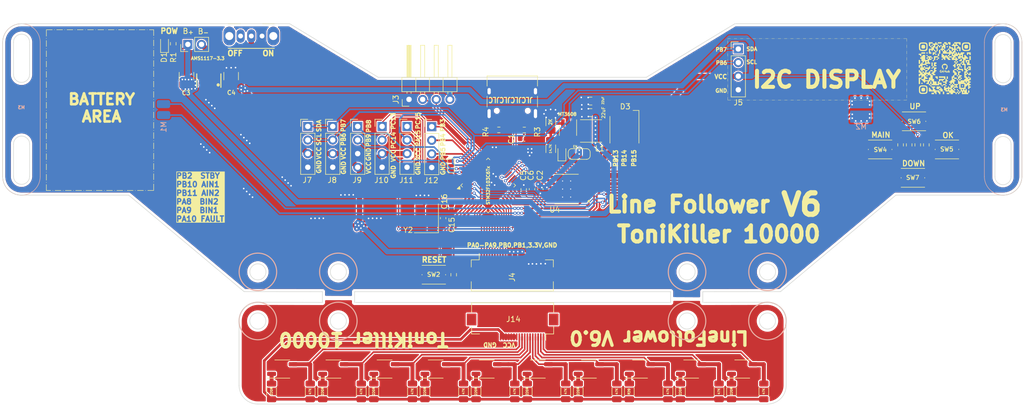
<source format=kicad_pcb>
(kicad_pcb (version 20240108) (generator "pcbnew") (generator_version "8.0")
  (layers (0 "F.Cu" signal) (31 "B.Cu" signal) (34 "B.Paste" user) (35 "F.Paste" user) (36 "B.SilkS" user "B.Silkscreen") (37 "F.SilkS" user "F.Silkscreen") (38 "B.Mask" user) (39 "F.Mask" user) (44 "Edge.Cuts" user))
  (net 0 "")
  (net 1 "+BATT")
  (net 2 "GND")
  (net 3 "+3.3V")
  (net 4 "Net-(J1-Pin_2)")
  (net 5 "Sensor2")
  (net 6 "Sensor3")
  (net 7 "Sensor0")
  (net 8 "Sensor6")
  (net 9 "Sensor5")
  (net 10 "Sensor7")
  (net 11 "Sensor4")
  (net 12 "Sensor1")
  (net 13 "Net-(M1-+)")
  (net 14 "Net-(M1--)")
  (net 15 "Net-(M2-+)")
  (net 16 "Net-(M2--)")
  (net 17 "Net-(D1-A)")
  (net 18 "Net-(U1-NRST)")
  (net 19 "V_MOT")
  (net 20 "SDA")
  (net 21 "SCL")
  (net 22 "~{STBY}")
  (net 23 "Net-(U4-VINT)")
  (net 24 "AIN2")
  (net 25 "USB_D+")
  (net 26 "Sensor8")
  (net 27 "Sensor9")
  (net 28 "Fault")
  (net 29 "USB_D-")
  (net 30 "Net-(D2-A)")
  (net 31 "SWCLK")
  (net 32 "Net-(U4-VCP)")
  (net 33 "Net-(U5-FB)")
  (net 34 "SWDIO")
  (net 35 "BIN2")
  (net 36 "VBAT_Boosted")
  (net 37 "SCK")
  (net 38 "BIN1")
  (net 39 "AIN1")
  (net 41 "KillSW")
  (net 43 "StartSW")
  (net 44 "VBUS")
  (net 45 "Net-(J2-CC1)")
  (net 46 "Net-(J2-CC2)")
  (net 50 "Net-(SW3-B)")
  (net 52 "MISO")
  (net 53 "MOSI")
  (net 55 "Net-(U2-A)")
  (net 56 "Net-(U6-A)")
  (net 57 "Net-(U7-A)")
  (net 58 "Net-(U8-A)")
  (net 59 "Net-(U9-A)")
  (net 60 "Net-(U10-A)")
  (net 61 "Net-(U11-A)")
  (net 62 "Net-(U12-A)")
  (net 63 "Net-(U13-A)")
  (net 64 "Net-(U14-A)")
  (net 65 "PD0")
  (net 66 "PD1")
  (net 67 "/PC14")
  (net 68 "/PC13")
  (net 69 "/PA15")
  (net 70 "/PC15")
  (net 71 "/LED_R")
  (net 72 "/LED_B")
  (net 73 "/LED_G")
  (footprint "Capacitor_SMD:C_0603_1608Metric" (layer "F.Cu") (at 157.366949 91.371632 -90)
    (property "Reference" "C6")
    (property "Value" "10nF")
  )
  (footprint "Connector_PinHeader_2.54mm:PinHeader_1x02_P2.54mm_Vertical" (layer "F.Cu") (at 93.215 64.353072 90)
    (property "Reference" "J1" (hide yes))
    (property "Value" "BAT")
  )
  (footprint "Button_Switch_THT:SW_CuK_OS102011MA1QN1_SPDT_Angled" (layer "F.Cu") (at 107.04 62.790572 180)
    (property "Reference" "SW1" (hide yes))
    (property "Value" "SW_SPDT" (hide yes))
  )
  (footprint "Resistor_SMD:R_1206_3216Metric" (layer "F.Cu") (at 125.545 129.118072 90)
    (property "Reference" "R25" (hide yes))
    (property "Value" "47K")
  )
  (footprint "Inductor_SMD:L_Taiyo-Yuden_NR-40xx" (layer "F.Cu") (at 168.365 80.505572 180)
    (property "Reference" "L1")
    (property "Value" "22uH")
  )
  (footprint "OptoDevice:Everlight_ITR1201SR10AR" (layer "F.Cu") (at 167.98 124.939322 90)
    (property "Reference" "U12" (hide yes))
    (property "Value" "ITR8307")
  )
  (footprint "Connector_PinHeader_2.54mm:PinHeader_1x04_P2.54mm_Vertical" (layer "F.Cu") (at 120.220625 79.660572)
    (property "Reference" "J8")
    (property "Value" "DISPLAY")
  )
  (footprint "Resistor_SMD:R_1206_3216Metric" (layer "F.Cu") (at 200.58 129.114322 90)
    (property "Reference" "R14" (hide yes))
    (property "Value" "47K")
  )
  (footprint "Resistor_SMD:R_0603_1608Metric_Pad0.98x0.95mm_HandSolder" (layer "F.Cu") (at 142.765 107.340572 90)
    (property "Reference" "R2" (hide yes))
    (property "Value" "10K")
  )
  (footprint "Connector_FFC-FPC:Hirose_FH12-24S-0.5SH_1x24-1MP_P0.50mm_Horizontal" (layer "F.Cu") (at 153.755 117.086822 180)
    (property "Reference" "J14")
    (property "Value" "SensorBar")
  )
  (footprint "OptoDevice:Everlight_ITR1201SR10AR" (layer "F.Cu") (at 187.03 124.939322 90)
    (property "Reference" "U8" (hide yes))
    (property "Value" "ITR8307")
  )
  (footprint "OptoDevice:Everlight_ITR1201SR10AR" (layer "F.Cu") (at 196.555 124.939322 90)
    (property "Reference" "U6" (hide yes))
    (property "Value" "ITR8307")
  )
  (footprint "Resistor_SMD:R_1206_3216Metric" (layer "F.Cu") (at 116.02 129.118072 90)
    (property "Reference" "R29" (hide yes))
    (property "Value" "47K")
  )
  (footprint "Button_Switch_SMD:SW_Push_1P1T_NO_Vertical_Wuerth_434133025816" (layer "F.Cu") (at 139.065 107.340572 180)
    (property "Reference" "SW2")
    (property "Value" "RESET")
  )
  (footprint "Resistor_SMD:R_0603_1608Metric" (layer "F.Cu") (at 226.070625 83.105572 -90)
    (property "Reference" "R10" (hide yes))
    (property "Value" "10K")
  )
  (footprint "Resistor_SMD:R_0603_1608Metric_Pad0.98x0.95mm_HandSolder" (layer "F.Cu") (at 90.49 64.228072 -90)
    (property "Reference" "R1")
    (property "Value" "1K")
  )
  (footprint "Resistor_SMD:R_0603_1608Metric" (layer "F.Cu") (at 230.870625 83.105572 90)
    (property "Reference" "R8" (hide yes))
    (property "Value" "10K")
  )
  (footprint "Resistor_SMD:R_1206_3216Metric" (layer "F.Cu") (at 175.505 129.114322 90)
    (property "Reference" "R20")
    (property "Value" "220R")
  )
  (footprint "OptoDevice:Everlight_ITR1201SR10AR" (layer "F.Cu") (at 158.455 124.939322 90)
    (property "Reference" "U14" (hide yes))
    (property "Value" "ITR8307")
  )
  (footprint "Resistor_SMD:R_1206_3216Metric" (layer "F.Cu") (at 185.03 129.114322 90)
    (property "Reference" "R16" (hide yes))
    (property "Value" "220R")
  )
  (footprint "Connector_PinHeader_2.54mm:PinHeader_1x04_P2.54mm_Vertical" (layer "F.Cu") (at 129.420625 79.660572)
    (property "Reference" "J10")
    (property "Value" "GPIO_1")
  )
  (footprint "Connector_PinHeader_2.54mm:PinHeader_1x04_P2.54mm_Vertical" (layer "F.Cu") (at 195.820625 65.205572)
    (property "Reference" "J5")
    (property "Value" "DISPLAY")
  )
  (footprint "Resistor_SMD:R_1206_3216Metric" (layer "F.Cu") (at 156.48 129.114322 90)
    (property "Reference" "R28" (hide yes))
    (property "Value" "220R")
  )
  (footprint "Package_TO_SOT_SMD:SOT-23-6_Handsoldering" (layer "F.Cu") (at 164.0755 80.455572 -90)
    (property "Reference" "U5" (hide yes))
    (property "Value" "MT3608")
  )
  (footprint "Resistor_SMD:R_1206_3216Metric" (layer "F.Cu") (at 108.82 129.118072 90)
    (property "Reference" "R27" (hide yes))
    (property "Value" "220R")
  )
  (footprint "Crystal:Crystal_SMD_3225-4Pin_3.2x2.5mm_HandSoldering" (layer "F.Cu") (at 137.670625 96.805572 90)
    (property "Reference" "Y2")
    (property "Value" "8MHz")
  )
  (footprint "Button_Switch_SMD:SW_Push_1P1T_NO_Vertical_Wuerth_434133025816" (layer "F.Cu") (at 234.720625 83.955572 180)
    (property "Reference" "SW5")
    (property "Value" "Push_OK" (hide yes))
  )
  (footprint "OptoDevice:Everlight_ITR1201SR10AR" (layer "F.Cu") (at 110.82 124.943072 90)
    (property "Reference" "U13" (hide yes))
    (property "Value" "ITR8307")
  )
  (footprint "Button_Switch_SMD:SW_Push_1P1T_NO_Vertical_Wuerth_434133025816" (layer "F.Cu") (at 228.370625 89.255572 180)
    (property "Reference" "SW7")
    (property "Value" "Push_Down" (hide yes))
  )
  (footprint "Capacitor_SMD:C_0805_2012Metric_Pad1.18x1.45mm_HandSolder" (layer "F.Cu") (at 168.29 77.080572 180)
    (property "Reference" "C12" (hide yes))
    (property "Value" "22uF")
  )
  (footprint "Jumper:SolderJumper-3_P1.3mm_Open_RoundedPad1.0x1.5mm_NumberLabels" (layer "F.Cu") (at 166.165 84.805572)
    (property "Reference" "JP1" (hide yes))
    (property "Value" "Jumper_3_Bridged12" (hide yes))
  )
  (footprint "Connector_PinHeader_2.54mm:PinHeader_1x04_P2.54mm_Vertical" (layer "F.Cu") (at 134.070625 79.660572)
    (property "Reference" "J11")
    (property "Value" "GPIO_2")
  )
  (footprint "Diode_SMD:D_0603_1608Metric" (layer "F.Cu") (at 162.94 84.605572 90)
    (property "Reference" "D2" (hide yes))
    (property "Value" "SS34_C183891")
  )
  (footprint "Resistor_SMD:R_0603_1608Metric" (layer "F.Cu") (at 155.93 80.320572)
    (property "Reference" "R3")
    (property "Value" "5K1")
  )
  (footprint "Capacitor_SMD:C_0603_1608Metric" (layer "F.Cu") (at 158.916949 91.371632 -90)
    (property "Reference" "C2")
    (property "Value" "10uF")
  )
  (footprint "Button_Switch_SMD:SW_Push_1P1T_NO_Vertical_Wuerth_434133025816" (layer "F.Cu") (at 228.570625 78.705572)
    (property "Reference" "SW6")
    (property "Value" "Push_Up" (hide yes))
  )
  (footprint "Resistor_SMD:R_1206_3216Metric" (layer "F.Cu") (at 194.555 129.114322 90)
    (property "Reference" "R12" (hide yes))
    (property "Value" "220R")
  )
  (footprint "LOGO" (layer "F.Cu") (at 234.395625 68.655572)
    (property "Reference" "G***" (hide yes))
    (property "Value" "LOGO" (hide yes))
  )
  (footprint "Package_QFP:LQFP-48_7x7mm_P0.5mm" (layer "F.Cu") (at 149.19 90.669417 45)
    (property "Reference" "U1" (hide yes))
    (property "Value" "STM32F103C6Tx")
  )
  (footprint "OptoDevice:Everlight_ITR1201SR10AR" (layer "F.Cu") (at 139.405 124.939322 90)
    (property "Reference" "U7" (hide yes))
    (property "Value" "ITR8307")
  )
  (footprint "Button_Switch_SMD:SW_Push_1P1T_NO_Vertical_Wuerth_434133025816" (layer "F.Cu") (at 222.265625 83.960572)
    (property "Reference" "SW4")
    (property "Value" "Push_Main" (hide yes))
  )
  (footprint "Resistor_SMD:R_1206_3216Metric" (layer "F.Cu") (at 192.23 129.114322 90)
    (property "Reference" "R18" (hide yes))
    (property "Value" "47K")
  )
  (footprint "Capacitor_SMD:C_0603_1608Metric" (layer "F.Cu") (at 155.93 81.920572)
    (property "Reference" "C1")
    (property "Value" "10uF")
  )
  (footprint "78L05:PK(R-PSSO-F3)" (layer "F.Cu") (at 97.12 72.360572 180)
    (property "Reference" "U3" (hide yes))
    (property "Value" "AMS1117-3.3")
  )
  (footprint "Capacitor_SMD:C_0603_1608Metric" (layer "F.Cu") (at 140.795625 96.780572 -90)
    (property "Reference" "C16")
    (property "Value" "22pF")
  )
  (footprint "OptoDevice:Everlight_ITR1201SR10AR" (layer "F.Cu") (at 129.88 124.939322 90)
    (property "Reference" "U9" (hide yes))
    (property "Value" "ITR8307")
  )
  (footprint "Connector_PinHeader_2.54mm:PinHeader_1x04_P2.54mm_Vertical" (layer "F.Cu") (at 124.870625 79.660572)
    (property "Reference" "J9")
    (property "Value" "REMOTE")
  )
  (footprint "Package_SO:HTSSOP-16-1EP_4.4x5mm_P0.65mm_EP3.4x5mm_Mask2.46x2.31mm_ThermalVias" (layer "F.Cu") (at 163.816949 91.346632 180)
    (property "Reference" "U4")
    (property "Value" "DRV8833PWP")
  )
  (footprint "Capacitor_SMD:C_1210_3225Metric_Pad1.33x2.70mm_HandSolder" (layer "F.Cu") (at 101.28 70.270572 90)
    (property "Reference" "C4")
    (property "Value" "100uF")
  )
  (footprint "Capacitor_SMD:C_1210_3225Metric_Pad1.33x2.70mm_HandSolder" (layer "F.Cu") (at 92.96 70.270572 90)
    (property "Reference" "C3")
    (property "Value" "100uF")
  )
  (footprint "Connector_PinHeader_2.54mm:PinHeader_1x04_P2.54mm_Vertical" (layer "F.Cu") (at 115.570625 79.660572)
    (property "Reference" "J7")
    (property "Value" "DISPLAY")
  )
  (footprint "Resistor_SMD:R_1206_3216Metric" (layer "F.Cu") (at 182.705 129.114322 90)
    (property "Reference" "R22" (hide yes))
    (property "Value" "47K")
  )
  (footprint "Resistor_SMD:R_1206_3216Metric" (layer "F.Cu") (at 154.155 129.114322 90)
    (property "Reference" "R13" (hide yes))
    (property "Value" "47K")
  )
  (footprint "Resistor_SMD:R_1206_3216Metric" (layer "F.Cu") (at 135.08 129.114322 90)
    (property "Reference" "R21" (hide yes))
    (property "Value" "47K")
  )
  (footprint "Connector_PinHeader_2.54mm:PinHeader_1x04_P2.54mm_Horizontal" (layer "F.Cu") (at 134.44 74.615572 90)
    (property "Reference" "J3")
    (property "Value" "Debug")
  )
  (footprint "Resistor_SMD:R_0603_1608Metric" (layer "F.Cu") (at 151.18 80.310572 180)
    (property "Reference" "R4")
    (property "Value" "5K1")
  )
  (footprint "Resistor_SMD:R_1206_3216Metric" (layer "F.Cu") (at 165.98 129.114322 90)
    (property "Reference" "R24" (hide yes))
    (property "Value" "220R")
  )
  (footprint "Resistor_SMD:R_0603_1608Metric" (layer "F.Cu") (at 227.670625 83.105572 -90)
    (property "Reference" "R7" (hide yes))
    (property "Value" "10K")
  )
  (footprint "Resistor_SMD:R_0603_1608Metric" (layer "F.Cu") (at 229.270625 83.105572 90)
    (property "Reference" "R9" (hide yes))
    (property "Value" "10K")
  )
  (footprint "Resistor_SMD:R_1206_3216Metric_Pad1.30x1.75mm_HandSolder" (layer "F.Cu") (at 160.865 83.830572 -90)
    (property "Reference" "R6" (hide yes))
    (property "Value" "14.7K")
  )
  (footprint "LED_SMD:LED_0603_1608Metric_Pad1.05x0.95mm_HandSolder" (layer "F.Cu") (at 88.865 64.203072 90)
    (property "Reference" "D1")
    (property "Value" "POW")
  )
  (footprint "Resistor_SMD:R_1206_3216Metric" (layer "F.Cu") (at 137.405 129.114322 90)
    (property "Reference" "R15" (hide yes))
    (property "Value" "220R")
  )
  (footprint "Connector_PinHeader_2.54mm:PinHeader_1x04_P2.54mm_Vertical" (layer "F.Cu") (at 138.670625 79.705572)
    (property "Reference" "J12")
    (property "Value" "GPIO_2")
  )
  (footprint "Capacitor_SMD:C_0603_1608Metric" (layer "F.Cu") (at 142.345625 95.055572 90)
    (property "Reference" "C15")
    (property "Value" "22pF")
  )
  (footprint "Resistor_SMD:R_1206_3216Metric" (layer "F.Cu") (at 118.345 129.118072 90)
    (property "Reference" "R23" (hide yes))
    (property "Value" "220R")
  )
  (footprint "Connector_USB:USB_C_Receptacle_HRO_TYPE-C-31-M-12" (layer "F.Cu") (at 153.69 74.140572 180)
    (property "Reference" "J2" (hide yes))
    (property "Value" "USB_C_USB2.0")
  )
  (footprint "Resistor_SMD:R_1206_3216Metric" (layer "F.Cu") (at 163.655 129.101822 90)
    (property "Reference" "R30" (hide yes))
    (property "Value" "47K")
  )
  (footprint "LED_SMD:LED_RGB_5050-6" (layer "F.Cu") (at 174.595625 80.280572 -90)
    (property "Reference" "D3")
    (property "Value" "SMLVN6RGB")
  )
  (footprint "Resistor_SMD:R_1206_3216Metric_Pad1.30x1.75mm_HandSolder" (layer "F.Cu") (at 160.865 78.830572 -90)
    (property "Reference" "R5" (hide yes))
    (property "Value" "2K")
  )
  (footprint "OptoDevice:Everlight_ITR1201SR10AR" (layer "F.Cu") (at 177.505 124.939322 90)
    (property "Reference" "U10" (hide yes))
    (property "Value" "ITR8307")
  )
  (footprint "Jumper:SolderJumper-3_P1.3mm_Bridged12_RoundedPad1.0x1.5mm" (layer "F.Cu") (at 142.270625 86.980572 -90)
    (property "Reference" "SW3" (hide yes))
    (property "Value" "SW_SPDT")
  )
  (footprint "Connector_FFC-FPC:Hirose_FH12-24S-0.5SH_1x24-1MP_P0.50mm_Horizontal" (layer "F.Cu") (at 153.69 105.865572)
    (property "Reference" "J4")
    (property "Value" "SensorBar")
  )
  (footprint "Capacitor_SMD:C_0603_1608Metric" (layer "F.Cu") (at 155.816949 91.371632 -90)
    (property "Reference" "C5")
    (property "Value" "10uF")
  )
  (footprint "Resistor_SMD:R_1206_3216Metric" (layer "F.Cu") (at 127.88 129.114322 90)
    (property "Reference" "R19" (hide yes))
    (property "Value" "220R")
  )
  (footprint "Resistor_SMD:R_1206_3216Metric" (layer "F.Cu") (at 173.18 129.114322 90)
    (property "Reference" "R26" (hide yes))
    (property "Value" "47K")
  )
  (footprint "OptoDevice:Everlight_ITR1201SR10AR" (layer "F.Cu") (at 120.345 124.943072 90)
    (property "Reference" "U11" (hide yes))
    (property "Value" "ITR8307")
  )
  (footprint "Capacitor_SMD:C_0805_2012Metric_Pad1.18x1.45mm_HandSolder" (layer "F.Cu") (at 168.29 74.930572)
    (property "Reference" "C9" (hide yes))
    (property "Value" "22uF")
  )
  (footprint "OptoDevice:Everlight_ITR1201SR10AR" (layer "F.Cu") (at 148.93 124.939322 90)
    (property "Reference" "U2" (hide yes))
    (property "Value" "ITR8307")
  )
  (footprint "Resistor_SMD:R_1206_3216Metric" (layer "F.Cu") (at 144.605 129.114322 90)
    (property "Reference" "R17" (hide yes))
    (property "Value" "47K")
  )
  (footprint "Resistor_SMD:R_1206_3216Metric" (layer "F.Cu") (at 146.93 129.114322 90)
    (property "Reference" "R11" (hide yes))
    (property "Value" "220R")
  )
  (footprint "Connector_Wire:SolderWirePad_1x01_SMD_1x2mm" (layer "B.Cu") (at 88.688547 76.490572 90)
    (property "Reference" "M1")
    (property "Value" "Motor_DC")
  )
  (footprint "Connector_Wire:SolderWirePad_1x01_SMD_1x2mm" (layer "B.Cu") (at 218.69 76.480572 90)
    (property "Reference" "M2")
    (property "Value" "Motor_DC")
  )
  (gr_circle (center 121.270625 106.805572) (end 121.270625 110.305572) (stroke (width 0.2)) (fill none) (layer "B.SilkS"))
  (gr_circle (center 106.270625 106.805572) (end 106.270625 110.305572) (stroke (width 0.2)) (fill none) (layer "B.SilkS"))
  (gr_arc (start 65.69 88.990572) (mid 62.19 92.490572) (end 58.69 88.990572) (stroke (width 0.1)) (layer "B.SilkS"))
  (gr_line (start 248.69 88.990572) (end 248.69 63.990572) (stroke (width 0.1)) (layer "B.SilkS"))
  (gr_circle (center 186.270625 106.805572) (end 186.270625 110.305572) (stroke (width 0.2)) (fill none) (layer "B.SilkS"))
  (gr_line (start 241.69 63.990572) (end 241.69 88.990572) (stroke (width 0.1)) (layer "B.SilkS"))
  (gr_line (start 58.69 63.990572) (end 58.69 88.990572) (stroke (width 0.1)) (layer "B.SilkS"))
  (gr_arc (start 241.69 63.990572) (mid 245.19 60.490572) (end 248.69 63.990572) (stroke (width 0.1)) (layer "B.SilkS"))
  (gr_line (start 65.69 88.990572) (end 65.69 63.990572) (stroke (width 0.1)) (layer "B.SilkS"))
  (gr_circle (center 201.255 115.976822) (end 201.255 119.476822) (stroke (width 0.2)) (fill none) (layer "B.SilkS"))
  (gr_circle (center 201.270625 106.805572) (end 201.270625 110.305572) (stroke (width 0.2)) (fill none) (layer "B.SilkS"))
  (gr_circle (center 106.255 115.976822) (end 106.255 119.476822) (stroke (width 0.2)) (fill none) (layer "B.SilkS"))
  (gr_circle (center 186.260625 115.976822) (end 186.260625 119.476822) (stroke (width 0.2)) (fill none) (layer "B.SilkS"))
  (gr_circle (center 121.260625 115.976822) (end 121.260625 119.476822) (stroke (width 0.2)) (fill none) (layer "B.SilkS"))
  (gr_arc (start 248.69 88.990572) (mid 245.19 92.490572) (end 241.69 88.990572) (stroke (width 0.1)) (layer "B.SilkS"))
  (gr_arc (start 58.69 63.990572) (mid 62.19 60.490572) (end 65.69 63.990572) (stroke (width 0.1)) (layer "B.SilkS"))
  (gr_rect (start 193.845625 63.255572) (end 227.195625 74.755572) (stroke (width 0.05) (type dash_dot_dot)) (fill solid) (layer "F.SilkS"))
  (gr_rect (start 66.84 61.615572) (end 86.84 91.615572) (stroke (width 0.1) (type dash_dot)) (fill none) (layer "F.SilkS"))
  (gr_circle (center 201.270625 106.805572) (end 201.270625 108.305572) (stroke (width 0.1)) (fill none) (layer "Edge.Cuts"))
  (gr_line (start 62.188547 92.490572) (end 82.188547 92.490572) (stroke (width 0.1)) (layer "Edge.Cuts"))
  (gr_arc (start 60.713547 63.940572) (mid 62.213547 62.440572) (end 63.713547 63.940572) (stroke (width 0.1)) (layer "Edge.Cuts"))
  (gr_arc (start 246.663547 89.040572) (mid 245.163547 90.540572) (end 243.663547 89.040572) (stroke (width 0.1)) (layer "Edge.Cuts"))
  (gr_arc (start 102.755 115.976822) (mid 103.780095 113.50191) (end 106.255 112.476822) (stroke (width 0.1)) (layer "Edge.Cuts"))
  (gr_line (start 62.188547 60.490572) (end 112.188547 60.490572) (stroke (width 0.1)) (layer "Edge.Cuts"))
  (gr_line (start 203.695 110.486822) (end 189.200625 110.501822) (stroke (width 0.1)) (layer "Edge.Cuts"))
  (gr_circle (center 186.270625 106.805572) (end 186.270625 108.305572) (stroke (width 0.1)) (fill none) (layer "Edge.Cuts"))
  (gr_circle (center 201.255 115.976822) (end 201.255 117.476822) (stroke (width 0.1)) (fill none) (layer "Edge.Cuts"))
  (gr_line (start 183.200625 110.501822) (end 124.300625 110.501822) (stroke (width 0.1)) (layer "Edge.Cuts"))
  (gr_line (start 225.188547 92.490572) (end 245.188547 92.490572) (stroke (width 0.1)) (layer "Edge.Cuts"))
  (gr_arc (start 243.666452 83.040572) (mid 245.166452 81.540572) (end 246.666452 83.040572) (stroke (width 0.1)) (layer "Edge.Cuts"))
  (gr_line (start 243.663547 89.040572) (end 243.666452 83.040572) (stroke (width 0.1)) (layer "Edge.Cuts"))
  (gr_circle (center 121.260625 115.976822) (end 121.260625 117.476822) (stroke (width 0.1)) (fill none) (layer "Edge.Cuts"))
  (gr_line (start 189.200625 112.501822) (end 201.255 112.476822) (stroke (width 0.1)) (layer "Edge.Cuts"))
  (gr_circle (center 106.255 115.976822) (end 106.255 117.476822) (stroke (width 0.1)) (fill none) (layer "Edge.Cuts"))
  (gr_line (start 63.710642 69.940572) (end 63.713547 63.940572) (stroke (width 0.1)) (layer "Edge.Cuts"))
  (gr_arc (start 62.188547 92.490572) (mid 59.713659 91.465454) (end 58.688547 88.990572) (stroke (width 0.1)) (layer "Edge.Cuts"))
  (gr_line (start 102.755 127.976822) (end 102.755 115.976822) (stroke (width 0.1)) (layer "Edge.Cuts"))
  (gr_arc (start 204.755 127.976822) (mid 203.729872 130.451687) (end 201.255 131.476822) (stroke (width 0.1)) (layer "Edge.Cuts"))
  (gr_line (start 63.713547 88.965572) (end 63.716452 82.965572) (stroke (width 0.1)) (layer "Edge.Cuts"))
  (gr_line (start 106.255 112.476822) (end 118.300625 112.501822) (stroke (width 0.1)) (layer "Edge.Cuts"))
  (gr_line (start 246.663547 89.040572) (end 246.666452 83.040572) (stroke (width 0.1)) (layer "Edge.Cuts"))
  (gr_circle (center 186.260625 115.976822) (end 186.260625 117.476822) (stroke (width 0.1)) (fill none) (layer "Edge.Cuts"))
  (gr_circle (center 121.270625 106.805572) (end 121.270625 108.305572) (stroke (width 0.1)) (fill none) (layer "Edge.Cuts"))
  (gr_line (start 118.300625 110.501822) (end 103.695 110.486822) (stroke (width 0.1)) (layer "Edge.Cuts"))
  (gr_circle (center 106.270625 106.805572) (end 106.270625 108.305572) (stroke (width 0.1)) (fill none) (layer "Edge.Cuts"))
  (gr_line (start 60.710642 69.940572) (end 60.713547 63.940572) (stroke (width 0.1)) (layer "Edge.Cuts"))
  (gr_arc (start 201.255 112.476822) (mid 203.72989 113.501939) (end 204.755 115.976822) (stroke (width 0.1)) (layer "Edge.Cuts"))
  (gr_line (start 60.713547 88.965572) (end 60.716452 82.965572) (stroke (width 0.1)) (layer "Edge.Cuts"))
  (gr_arc (start 63.713547 88.965572) (mid 62.213547 90.465572) (end 60.713547 88.965572) (stroke (width 0.1)) (layer "Edge.Cuts"))
  (gr_line (start 124.300625 112.501822) (end 183.200625 112.501822) (stroke (width 0.1)) (layer "Edge.Cuts"))
  (gr_line (start 58.688547 88.990572) (end 58.688547 63.990572) (stroke (width 0.1)) (layer "Edge.Cuts"))
  (gr_line (start 195.188547 60.490572) (end 178.6775 70.490572) (stroke (width 0.1)) (layer "Edge.Cuts"))
  (gr_arc (start 106.255 131.476822) (mid 103.780142 130.451687) (end 102.755 127.976822) (stroke (width 0.1)) (layer "Edge.Cuts"))
  (gr_line (start 183.200625 112.501822) (end 183.200625 110.501822) (stroke (width 0.1)) (layer "Edge.Cuts"))
  (gr_arc (start 60.716452 82.965572) (mid 62.216452 81.465572) (end 63.716452 82.965572) (stroke (width 0.1)) (layer "Edge.Cuts"))
  (gr_line (start 243.660642 70.015572) (end 243.663547 64.015572) (stroke (width 0.1)) (layer "Edge.Cuts"))
  (gr_line (start 204.755 115.976822) (end 204.755 127.976822) (stroke (width 0.1)) (layer "Edge.Cuts"))
  (gr_line (start 128.7025 70.490572) (end 112.188547 60.490572) (stroke (width 0.1)) (layer "Edge.Cuts"))
  (gr_line (start 128.7025 70.490572) (end 178.6775 70.490572) (stroke (width 0.1)) (layer "Edge.Cuts"))
  (gr_line (start 201.255 131.476822) (end 106.255 131.476822) (stroke (width 0.1)) (layer "Edge.Cuts"))
  (gr_arc (start 245.188547 60.490572) (mid 247.663407 61.515706) (end 248.688547 63.990572) (stroke (width 0.1)) (layer "Edge.Cuts"))
  (gr_line (start 189.200625 110.501822) (end 189.200625 112.501822) (stroke (width 0.1)) (layer "Edge.Cuts"))
  (gr_arc (start 58.688547 63.990572) (mid 59.713691 61.515717) (end 62.188547 60.490572) (stroke (width 0.1)) (layer "Edge.Cuts"))
  (gr_line (start 195.188547 60.490572) (end 245.188547 60.490572) (stroke (width 0.1)) (layer "Edge.Cuts"))
  (gr_arc (start 243.663547 64.015572) (mid 245.163547 62.515572) (end 246.663547 64.015572) (stroke (width 0.1)) (layer "Edge.Cuts"))
  (gr_line (start 124.300625 110.501822) (end 124.300625 112.501822) (stroke (width 0.1)) (layer "Edge.Cuts"))
  (gr_line (start 82.188547 92.490572) (end 103.695 110.486822) (stroke (width 0.1)) (layer "Edge.Cuts"))
  (gr_line (start 203.695 110.486822) (end 225.188547 92.490572) (stroke (width 0.1)) (layer "Edge.Cuts"))
  (gr_arc (start 246.660642 70.015572) (mid 245.160642 71.515572) (end 243.660642 70.015572) (stroke (width 0.1)) (layer "Edge.Cuts"))
  (gr_line (start 248.688547 63.990572) (end 248.688547 88.990572) (stroke (width 0.1)) (layer "Edge.Cuts"))
  (gr_line (start 246.660642 70.015572) (end 246.663547 64.015572) (stroke (width 0.1)) (layer "Edge.Cuts"))
  (gr_line (start 118.300625 112.501822) (end 118.300625 110.501822) (stroke (width 0.1)) (layer "Edge.Cuts"))
  (gr_arc (start 248.688547 88.990572) (mid 247.663357 91.46536) (end 245.188547 92.490572) (stroke (width 0.1)) (layer "Edge.Cuts"))
  (gr_arc (start 63.710642 69.940572) (mid 62.210642 71.440572) (end 60.710642 69.940572) (stroke (width 0.1)) (layer "Edge.Cuts"))
  (gr_text "M3" (at 245.39 76.540572 0) (layer "B.SilkS") (effects (font (size 0.6 0.6)) (justify mirror)))
  (gr_text "M3" (at 62.19 76.115572 0) (layer "B.SilkS") (effects (font (size 0.6 0.6)) (justify mirror)))
  (gr_text "PB8" (at 126.920625 79.600572 90) (layer "F.SilkS") (effects (font (size 0.8 0.8) (thickness 0.2) (bold yes))))
  (gr_text "DOWN" (at 226.245625 87.155572 0) (layer "F.SilkS") (effects (font (size 1 1) (thickness 0.2) (bold yes)) (justify left bottom)))
  (gr_text "PB3" (at 140.720625 80.755572 90) (layer "F.SilkS") (effects (font (size 0.8 0.8) (thickness 0.2)) (justify left)))
  (gr_text "PA15" (at 136.120625 81.855572 90) (layer "F.SilkS") (effects (font (size 0.8 0.8) (thickness 0.2) (bold yes))))
  (gr_text "OK" (at 233.770625 81.905572 0) (layer "F.SilkS") (effects (font (size 1 1) (thickness 0.2) (bold yes)) (justify left bottom)))
  (gr_text "GND" (at 126.895625 84.880572 90) (layer "F.SilkS") (effects (font (size 0.8 0.8) (thickness 0.2) (bold yes))))
  (gr_text "VCC" (at 117.645625 84.648905 90) (layer "F.SilkS") (effects (font (size 0.8 0.8) (thickness 0.2) (bold yes))))
  (gr_text "VCC" (at 192.545625 70.380572 0) (layer "F.SilkS") (effects (font (size 0.8 0.8) (thickness 0.2) (bold yes))))
  (gr_text "GND" (at 136.120625 87.505572 90) (layer "F.SilkS") (effects (font (size 0.8 0.8) (thickness 0.2) (bold yes))))
  (gr_text "ON" (at 108.215 66.015572 0) (layer "F.SilkS") (effects (font (size 1 1) (thickness 0.25))))
  (gr_text "GND" (at 117.645625 87.192239 90) (layer "F.SilkS") (effects (font (size 0.8 0.8) (thickness 0.2) (bold yes))))
  (gr_text "VCC" (at 154.360625 120.426822 180) (layer "F.SilkS") (effects (font (size 0.8 0.8) (thickness 0.2)) (justify left)))
  (gr_text "PB13" (at 172.970625 87.305572 90) (layer "F.SilkS") (effects (font (size 0.8 0.8) (thickness 0.2)) (justify left)))
  (gr_text "PB7\n" (at 191.495625 65.730572 0) (layer "F.SilkS") (effects (font (size 0.7 0.7) (thickness 0.175) (bold yes)) (justify left bottom)))
  (gr_text "UP" (at 227.620625 76.505572 0) (layer "F.SilkS") (effects (font (size 1 1) (thickness 0.2) (bold yes)) (justify left bottom)))
  (gr_text "GND" (at 131.520625 88.155572 90) (layer "F.SilkS") (effects (font (size 0.8 0.8) (thickness 0.2) (bold yes))))
  (gr_text "VCC" (at 131.520625 85.130572 90) (layer "F.SilkS") (effects (font (size 0.8 0.8) (thickness 0.2) (bold yes))))
  (gr_text "VCC" (at 136.120625 84.780572 90) (layer "F.SilkS") (effects (font (size 0.8 0.8) (thickness 0.2) (bold yes))))
  (gr_text "PC13" (at 131.495625 78.655572 90) (layer "F.SilkS") (effects (font (size 0.8 0.8) (thickness 0.2) (bold yes))))
  (gr_text "BATTERY\nAREA" (at 77.14 76.215572 0) (layer "F.SilkS") (effects (font (size 2 2) (thickness 0.5) (bold yes))))
  (gr_text "PB7" (at 122.195625 79.480572 90) (layer "F.SilkS") (effects (font (size 0.8 0.8) (thickness 0.2) (bold yes))))
  (gr_text "PB4" (at 140.770625 83.480572 90) (layer "F.SilkS") (effects (font (size 0.8 0.8) (thickness 0.2)) (justify left)))
  (gr_text "SCL" (at 197.245625 68.055572 0) (layer "F.SilkS") (effects (font (size 0.7 0.7) (thickness 0.175) (bold yes)) (justify left bottom)))
  (gr_text "PC15" (at 136.120625 78.580572 90) (layer "F.SilkS") (effects (font (size 0.8 0.8) (thickness 0.2) (bold yes))))
  (gr_text "PB6" (at 122.220625 82.080572 90) (layer "F.SilkS") (effects (font (size 0.8 0.8) (thickness 0.2) (bold yes))))
  (gr_text "PB14" (at 174.545625 87.280572 90) (layer "F.SilkS") (effects (font (size 0.8 0.8) (thickness 0.2)) (justify left)))
  (gr_text "VCC" (at 126.920625 87.380572 90) (layer "F.SilkS") (effects (font (size 0.8 0.8) (thickness 0.2) (bold yes))))
  (gr_text "V6" (at 207.620625 94.255572 0) (layer "F.SilkS") (effects (font (size 4 4) (thickness 1) (bold yes))))
  (gr_text "SDA" (at 117.645625 79.56224 90) (layer "F.SilkS") (effects (font (size 0.8 0.8) (thickness 0.2) (bold yes))))
  (gr_text "ToniKiller 10000\n" (at 192.170625 99.780572 0) (layer "F.SilkS") (effects (font (size 3 3) (thickness 4) (bold yes))))
  (gr_text "B_{+}" (at 93.265 61.878072 0) (layer "F.SilkS") (effects (font (size 1 1))))
  (gr_text "PB6\n" (at 191.545625 68.205572 0) (layer "F.SilkS") (effects (font (size 0.7 0.7) (thickness 0.175) (bold yes)) (justify left bottom)))
  (gr_text "GND" (at 122.245625 87.380572 90) (layer "F.SilkS") (effects (font (size 0.8 0.8) (thickness 0.2) (bold yes))))
  (gr_text "POW" (at 89.74 61.853072 0) (layer "F.SilkS") (effects (font (size 1 1) (thickness 0.25))))
  (gr_text "PB15" (at 176.370625 87.280572 90) (layer "F.SilkS") (effects (font (size 0.8 0.8) (thickness 0.2)) (justify left)))
  (gr_text "PC14" (at 131.545625 82.255572 90) (layer "F.SilkS") (effects (font (size 0.8 0.8) (thickness 0.2) (bold yes))))
  (gr_text "SCL" (at 117.645625 82.105572 90) (layer "F.SilkS") (effects (font (size 0.8 0.8) (thickness 0.2) (bold yes))))
  (gr_text "LineFollower V6.0\n" (at 181.035625 119.126822 180) (layer "F.SilkS") (effects (font (size 2.5 2.5) (thickness 0.625) (bold yes))))
  (gr_text "GND" (at 140.770625 87.505572 90) (layer "F.SilkS") (effects (font (size 0.8 0.8) (thickness 0.2) (bold yes))))
  (gr_text "GND" (at 191.453959 73.405572 0) (layer "F.SilkS") (effects (font (size 0.7 0.7) (thickness 0.175) (bold yes)) (justify left bottom)))
  (gr_text "ToniKiller 10000\n" (at 125.960625 119.426822 180) (layer "F.SilkS") (effects (font (size 2.5 2.5) (thickness 0.625) (bold yes))))
  (gr_text " JLCJLCJLCJLC" (at 153.69 74.700572 180) (layer "F.SilkS") (effects (font (size 1 0.8) (thickness 0.2))))
  (gr_text "PB5" (at 140.770625 86.075572 90) (layer "F.SilkS") (effects (font (size 0.8 0.8) (thickness 0.2)) (justify left)))
  (gr_text "Line Follower" (at 186.545625 94.205572 0) (layer "F.SilkS") (effects (font (size 3 3) (thickness 4) (bold yes))))
  (gr_text "OFF\n" (at 102.015 66.015572 0) (layer "F.SilkS") (effects (font (size 1 1) (thickness 0.25))))
  (gr_text "MAIN\n" (at 220.495625 81.830572 0) (layer "F.SilkS") (effects (font (size 1 1) (thickness 0.2) (bold yes)) (justify left bottom)))
  (gr_text "GND" (at 150.885625 120.401822 180) (layer "F.SilkS") (effects (font (size 0.8 0.8) (thickness 0.2)) (justify left)))
  (gr_text "VCC" (at 122.220625 84.705572 90) (layer "F.SilkS") (effects (font (size 0.8 0.8) (thickness 0.2) (bold yes))))
  (gr_text "PA0-PA9,PB0,PB1,3.3V,GND" (at 145.145625 101.830572 0) (layer "F.SilkS") (effects (font (size 0.8 0.8) (thickness 0.2)) (justify left)))
  (gr_text "SDA" (at 197.245625 65.630572 0) (layer "F.SilkS") (effects (font (size 0.7 0.7) (thickness 0.175) (bold yes)) (justify left bottom)))
  (gr_text "I2C DISPLAY" (at 198.095625 72.680572 0) (layer "F.SilkS") (effects (font (size 3 3) (thickness 0.75) (bold yes)) (justify left bottom)))
  (gr_text "B_{-}" (at 96.09 61.928072 0) (layer "F.SilkS") (effects (font (size 1 1))))
  (gr_text "PB2  STBY\nPB10 AIN1\nPB11 AIN2\nPA8  BIN2\nPA9  BIN1\nPA10 FAULT\n\n\n" (at 90.920625 94.505572 0) (layer "F.SilkS" knockout) (effects (font (size 1 1) (thickness 0.25) (bold yes)) (justify left)))
  (gr_text "PB9" (at 126.895625 82.255572 90) (layer "F.SilkS") (effects (font (size 0.8 0.8) (thickness 0.2) (bold yes))))
  (segment (start 94.220625 70.905572) (end 92.195625 70.905572) (width 1) (layer "F.Cu") (net 1))
  (segment (start 94.595625 71.280572) (end 94.220625 70.905572) (width 1) (layer "F.Cu") (net 1))
  (segment (start 92.96 71.833072) (end 92.3575 71.833072) (width 1) (layer "F.Cu") (net 1))
  (segment (start 169.765 82.555572) (end 169.765 80.505572) (width 0.5) (layer "F.Cu") (net 1))
  (segment (start 169.765 77.518072) (end 169.3275 77.080572) (width 0.5) (layer "F.Cu") (net 1))
  (segment (start 167.44 83.155572) (end 169.165 83.155572) (width 0.5) (layer "F.Cu") (net 1))
  (segment (start 90.5025 65.128072) (end 90.49 65.140572) (width 0.3) (layer "F.Cu") (net 1))
  (segment (start 93.920625 70.659947) (end 93.920625 70.905572) (width 1) (layer "F.Cu") (net 1))
  (segment (start 90.49 65.140572) (end 92.4275 65.140572) (width 0.3) (layer "F.Cu") (net 1))
  (segment (start 93.65 70.930572) (end 93.345625 70.930572) (width 1) (layer "F.Cu") (net 1))
  (segment (start 95.62 68.960572) (end 93.920625 70.659947) (width 1) (layer "F.Cu") (net 1))
  (segment (start 93.215 64.019539) (end 93.215 64.353072) (width 1) (layer "F.Cu") (net 1))
  (segment (start 164.0755 82.791072) (end 164.44 83.155572) (width 0.5) (layer "F.Cu") (net 1))
  (segment (start 164.0755 81.805572) (end 164.0755 82.791072) (width 0.5) (layer "F.Cu") (net 1))
  (segment (start 167.465 83.180572) (end 167.44 83.155572) (width 0.5) (layer "F.Cu") (net 1))
  (segment (start 94.645625 71.980572) (end 94.069153 72.557044) (width 1) (layer "F.Cu") (net 1))
  (segment (start 164.0755 81.805572) (end 163.1255 81.805572) (width 0.5) (layer "F.Cu") (net 1))
  (segment (start 95.62 68.710572) (end 95.62 68.960572) (width 1) (layer "F.Cu") (net 1))
  (segment (start 93.920625 70.905572) (end 93.675 70.905572) (width 1) (layer "F.Cu") (net 1))
  (segment (start 169.765 80.505572) (end 169.765 77.518072) (width 0.5) (layer "F.Cu") (net 1))
  (segment (start 93.675 70.905572) (end 93.65 70.930572) (width 1) (layer "F.Cu") (net 1))
  (segment (start 169.165 83.155572) (end 169.765 82.555572) (width 0.5) (layer "F.Cu") (net 1))
  (segment (start 92.4275 65.140572) (end 93.215 64.353072) (width 0.3) (layer "F.Cu") (net 1))
  (segment (start 94.069153 72.557044) (end 92.444153 72.557044) (width 1) (layer "F.Cu") (net 1))
  (segment (start 164.44 83.155572) (end 167.44 83.155572) (width 0.5) (layer "F.Cu") (net 1))
  (segment (start 167.465 84.805572) (end 167.465 83.180572) (width 0.5) (layer "F.Cu") (net 1))
  (segment (start 169.195625 78.005572) (end 169.195625 77.212447) (width 1) (layer "F.Cu") (net 1))
  (segment (start 169.195625 82.780572) (end 169.195625 78.005572) (width 1) (layer "F.Cu") (net 1))
  (segment (start 93.345625 71.234947) (end 92.96 71.620572) (width 1) (layer "F.Cu") (net 1))
  (segment (start 169.195625 77.212447) (end 169.3275 77.080572) (width 1) (layer "F.Cu") (net 1))
  (segment (start 93.345625 70.930572) (end 93.345625 71.234947) (width 1) (layer "F.Cu") (net 1))
  (via (at 93.345625 70.930572) (size 0.6) (drill 0.3) (layers "F.Cu" "B.Cu") (net 1))
  (via (at 169.195625 81.155572) (size 0.6) (drill 0.3) (layers "F.Cu" "B.Cu") (net 1))
  (via (at 94.595625 71.280572) (size 0.6) (drill 0.3) (layers "F.Cu" "B.Cu") (net 1))
  (via (at 92.195625 70.905572) (size 0.6) (drill 0.3) (layers "F.Cu" "B.Cu") (net 1))
  (via (at 94.570625 72.605572) (size 0.6) (drill 0.3) (layers "F.Cu" "B.Cu") (net 1))
  (via (at 169.195625 79.555572) (size 0.6) (drill 0.3) (layers "F.Cu" "B.Cu") (net 1))
  (via (at 93.920625 72.655572) (size 0.6) (drill 0.3) (layers "F.Cu" "B.Cu") (net 1))
  (via (at 94.645625 71.980572) (size 0.6) (drill 0.3) (layers "F.Cu" "B.Cu") (net 1))
  (via (at 169.195625 78.755572) (size 0.6) (drill 0.3) (layers "F.Cu" "B.Cu") (net 1))
  (via (at 92.745625 70.905572) (size 0.6) (drill 0.3) (layers "F.Cu" "B.Cu") (net 1))
  (via (at 169.195625 78.005572) (size 0.6) (drill 0.3) (layers "F.Cu" "B.Cu") (net 1))
  (via (at 169.195625 81.955572) (size 0.6) (drill 0.3) (layers "F.Cu" "B.Cu") (net 1))
  (via (at 169.195625 82.780572) (size 0.6) (drill 0.3) (layers "F.Cu" "B.Cu") (net 1))
  (via (at 92.745625 72.705572) (size 0.6) (drill 0.3) (layers "F.Cu" "B.Cu") (net 1))
  (via (at 169.195625 80.355572) (size 0.6) (drill 0.3) (layers "F.Cu" "B.Cu") (net 1))
  (via (at 93.920625 70.905572) (size 0.6) (drill 0.3) (layers "F.Cu" "B.Cu") (net 1))
  (via (at 93.345625 72.705572) (size 0.6) (drill 0.3) (layers "F.Cu" "B.Cu") (net 1))
  (segment (start 157.070625 93.755572) (end 113.570625 93.755572) (width 1) (layer "B.Cu") (net 1))
  (segment (start 169.195625 80.355572) (end 169.195625 79.555572) (width 1) (layer "B.Cu") (net 1))
  (segment (start 172.645625 94.230572) (end 170.945625 95.930572) (width 1) (layer "B.Cu") (net 1))
  (segment (start 92.195625 70.905572) (end 92.745625 70.905572) (width 1) (layer "B.Cu") (net 1))
  (segment (start 93.920625 72.655572) (end 93.345625 72.705572) (width 1) (layer "B.Cu") (net 1))
  (segment (start 94.570625 72.605572) (end 94.645625 71.980572) (width 1) (layer "B.Cu") (net 1))
  (segment (start 172.645625 86.230572) (end 172.645625 94.230572) (width 1) (layer "B.Cu") (net 1))
  (segment (start 94.595625 71.280572) (end 93.920625 72.655572) (width 1) (layer "B.Cu") (net 1))
  (segment (start 169.195625 79.555572) (end 169.195625 78.755572) (width 1) (layer "B.Cu") (net 1))
  (segment (start 93.345625 72.705572) (end 93.345625 70.930572) (width 1) (layer "B.Cu") (net 1))
  (segment (start 170.945625 95.930572) (end 159.245625 95.930572) (width 1) (layer "B.Cu") (net 1))
  (segment (start 93.215 70.436197) (end 93.215 64.353072) (width 1) (layer "B.Cu") (net 1))
  (segment (start 93.345625 73.305572) (end 94.570625 72.605572) (width 1) (layer "B.Cu") (net 1))
  (segment (start 93.920625 72.655572) (end 93.920625 70.905572) (width 1) (layer "B.Cu") (net 1))
  (segment (start 169.195625 78.755572) (end 169.195625 78.005572) (width 1) (layer "B.Cu") (net 1))
  (segment (start 92.745625 72.705572) (end 92.745625 72.705572) (width 1) (layer "B.Cu") (net 1))
  (segment (start 113.570625 93.755572) (end 93.215 73.399947) (width 1) (layer "B.Cu") (net 1))
  (segment (start 93.215 73.174947) (end 93.345625 73.305572) (width 1) (layer "B.Cu") (net 1))
  (segment (start 93.345625 72.705572) (end 92.745625 72.705572) (width 1) (layer "B.Cu") (net 1))
  (segment (start 92.195625 72.155572) (end 92.195625 70.905572) (width 1) (layer "B.Cu") (net 1))
  (segment (start 169.195625 80.355572) (end 169.195625 81.155572) (width 1) (layer "B.Cu") (net 1))
  (segment (start 169.195625 82.780572) (end 169.195625 81.955572) (width 1) (layer "B.Cu") (net 1))
  (segment (start 93.215 73.399947) (end 93.215 73.174947) (width 1) (layer "B.Cu") (net 1))
  (segment (start 169.195625 82.780572) (end 172.645625 86.230572) (width 1) (layer "B.Cu") (net 1))
  (segment (start 159.245625 95.930572) (end 157.070625 93.755572) (width 1) (layer "B.Cu") (net 1))
  (segment (start 92.745625 72.705572) (end 92.745625 70.905572) (width 1) (layer "B.Cu") (net 1))
  (segment (start 169.195625 81.155572) (end 169.195625 81.955572) (width 1) (layer "B.Cu") (net 1))
  (segment (start 92.745625 70.905572) (end 93.215 70.436197) (width 1) (layer "B.Cu") (net 1))
  (segment (start 92.745625 72.705572) (end 92.195625 72.155572) (width 1) (layer "B.Cu") (net 1))
  (segment (start 94.645625 71.980572) (end 94.595625 71.280572) (width 1) (layer "B.Cu") (net 1))
  (segment (start 149.83 125.839322) (end 148.03 124.039322) (width 0.75) (layer "F.Cu") (net 2))
  (segment (start 156.430313 105.19026) (end 156.890001 104.730572) (width 0.4) (layer "F.Cu") (net 2))
  (segment (start 230.445625 90.330572) (end 231.395625 90.330572) (width 0.3) (layer "F.Cu") (net 2))
  (segment (start 162.89 77.280572) (end 167.0525 77.280572) (width 0.5) (layer "F.Cu") (net 2))
  (segment (start 155.816949 91.371632) (end 156.616949 91.371632) (width 0.2) (layer "F.Cu") (net 2))
  (segment (start 134.44 72.980572) (end 134.44 74.615572) (width 1) (layer "F.Cu") (net 2))
  (segment (start 150.020625 83.555572) (end 150.670625 83.555572) (width 0.5) (layer "F.Cu") (net 2))
  (segment (start 146.105 118.936822) (end 150.775 118.936822) (width 0.75) (layer "F.Cu") (net 2))
  (segment (start 169.98 125.839322) (end 168.855 125.839322) (width 0.75) (layer "F.Cu") (net 2))
  (segment (start 127.195625 82.415572) (end 124.870625 84.740572) (width 1) (layer "F.Cu") (net 2))
  (segment (start 150.44 78.185572) (end 150.44 80.225572) (width 0.5) (layer "F.Cu") (net 2))
  (segment (start 150.542342 86.135095) (end 151.191949 85.485488) (width 0.2) (layer "F.Cu") (net 2))
  (segment (start 159.095625 104.305572) (end 156.715 104.305572) (width 0.4) (layer "F.Cu") (net 2))
  (segment (start 114.595001 128.718072) (end 198.55125 128.718072) (width 0.6) (layer "F.Cu") (net 2))
  (segment (start 150.93 125.839322) (end 149.83 125.839322) (width 0.75) (layer "F.Cu") (net 2))
  (segment (start 144.715 120.326822) (end 146.105 118.936822) (width 0.75) (layer "F.Cu") (net 2))
  (segment (start 134.070625 96.480572) (end 135.845625 98.255572) (width 1) (layer "F.Cu") (net 2))
  (segment (start 101.28 68.708072) (end 102.2625 68.708072) (width 1) (layer "F.Cu") (net 2))
  (segment (start 155.816949 90.596632) (end 155.816949 91.396632) (width 0.2) (layer "F.Cu") (net 2))
  (segment (start 156.705 81.920572) (end 156.920625 82.136197) (width 0.5) (layer "F.Cu") (net 2))
  (segment (start 150.542342 86.135095) (end 150.524905 86.135095) (width 0.2) (layer "F.Cu") (net 2))
  (segment (start 156.94 79.250572) (end 156.94 81.685572) (width 0.5) (layer "F.Cu") (net 2))
  (segment (start 150.366949 84.821632) (end 149.089173 86.099408) (width 0.2) (layer "F.Cu") (net 2))
  (segment (start 102.2625 68.708072) (end 102.29 68.680572) (width 1) (layer "F.Cu") (net 2))
  (segment (start 90.91 72.744947) (end 92.720625 74.555572) (width 1) (layer "F.Cu") (net 2))
  (segment (start 162.24 77.280572) (end 162.205 77.245572) (width 0.5) (layer "F.Cu") (net 2))
  (segment (start 118.445625 96.830572) (end 118.470625 96.805572) (width 0.6) (layer "F.Cu") (net 2))
  (segment (start 167.0525 77.280572) (end 167.2525 77.080572) (width 0.5) (layer "F.Cu") (net 2))
  (segment (start 158.94 105.199947) (end 158.94 104.209947) (width 0.3) (layer "F.Cu") (net 2))
  (segment (start 142.270625 86.130572) (end 139.865625 86.130572) (width 0.3) (layer "F.Cu") (net 2))
  (segment (start 156.305313 105.31526) (end 159.810937 105.31526) (width 0.4) (layer "F.Cu") (net 2))
  (segment (start 88.865 66.624947) (end 88.865 65.078072) (width 1) (layer "F.Cu") (net 2))
  (segment (start 131.88 125.839322) (end 131.88 128.714322) (width 0.6) (layer "F.Cu") (net 2))
  (segment (start 158.195625 104.015572) (end 158.195625 105.330572) (width 0.3) (layer "F.Cu") (net 2))
  (segment (start 136.520625 98.255572) (end 136.520625 97.980572) (width 0.3) (layer "F.Cu") (net 2))
  (segment (start 237.720625 82.080572) (end 233.270625 77.630572) (width 0.3) (layer "F.Cu") (net 2))
  (segment (start 233.270625 77.630572) (end 230.645625 77.630572) (width 0.3) (layer "F.Cu") (net 2))
  (segment (start 130.78 125.839322) (end 128.98 124.039322) (width 0.75) (layer "F.Cu") (net 2))
  (segment (start 157.44 104.015572) (end 157.44 105.299947) (width 0.6) (layer "F.Cu") (net 2))
  (segment (start 156.715 104.305572) (end 156.715 105.299947) (width 0.3) (layer "F.Cu") (net 2))
  (segment (start 156.94 81.685572) (end 156.705 81.920572) (width 0.5) (layer "F.Cu") (net 2))
  (segment (start 102.29 68.680572) (end 102.3175 68.708072) (width 1) (layer "F.Cu") (net 2))
  (segment (start 134.070625 87.280572) (end 134.070625 96.480572) (width 1) (layer "F.Cu") (net 2))
  (segment (start 111.318588 89.674245) (end 111.353943 89.674245) (width 0.6) (layer "F.Cu") (net 2))
  (segment (start 157.9 72.980572) (end 134.44 72.980572) (width 1) (layer "F.Cu") (net 2))
  (segment (start 156.620625 84.480572) (end 156.870625 84.480572) (width 0.3) (layer "F.Cu") (net 2))
  (segment (start 112.449958 90.734905) (end 110.841291 89.126238) (width 0.6) (layer "F.Cu") (net 2))
  (segment (start 198.555 125.839322) (end 198.555 128.714322) (width 0.6) (layer "F.Cu") (net 2))
  (segment (start 157.095 78.185572) (end 158.01 77.270572) (width 0.5) (layer "F.Cu") (net 2))
  (segment (start 155.041949 91.671632) (end 155.341949 91.371632) (width 0.2) (layer "F.Cu") (net 2))
  (segment (start 150.44 80.225572) (end 150.355 80.310572) (width 0.5) (layer "F.Cu") (net 2))
  (segment (start 162.17 77.280572) (end 160.865 77.280572) (width 0.5) (layer "F.Cu") (net 2))
  (segment (start 151.191949 85.246632) (end 150.766949 84.821632) (width 0.2) (layer "F.Cu") (net 2))
  (segment (start 140.33 125.839322) (end 138.53 124.039322) (width 0.75) (layer "F.Cu") (net 2))
  (segment (start 156.620625 83.855572) (end 156.620625 83.880572) (width 0.3) (layer "F.Cu") (net 2))
  (segment (start 122.345 125.843072) (end 121.27 125.843072) (width 0.75) (layer "F.Cu") (net 2))
  (segment (start 124.020625 92.455572) (end 124.045625 92.430572) (width 0.6) (layer "F.Cu") (net 2))
  (segment (start 128.98 124.039322) (end 127.88 124.039322) (width 0.75) (layer "F.Cu") (net 2))
  (segment (start 111.204306 124.051822) (end 111.204306 123.152377) (width 0.75) (layer "F.Cu") (net 2))
  (segment (start 167.2525 77.080572) (end 161.065 77.080572) (width 1) (layer "F.Cu") (net 2))
  (segment (start 160.455 125.839322) (end 160.455 128.714322) (width 0.6) (layer "F.Cu") (net 2))
  (segment (start 139.295625 95.830572) (end 138.820625 95.355572) (width 0.6) (layer "F.Cu") (net 2))
  (segment (start 123.295625 92.405572) (end 123.270625 92.430572) (width 0.6) (layer "F.Cu") (net 2))
  (segment (start 141.14 106.265572) (end 142.19 107.315572) (width 0.4) (layer "F.Cu") (net 2))
  (segment (start 195.655 124.039322) (end 194.555 124.039322) (width 0.75) (layer "F.Cu") (net 2))
  (segment (start 156.920625 85.105572) (end 156.945625 85.055572) (width 0.5) (layer "F.Cu") (net 2))
  (segment (start 179.505 125.839322) (end 179.505 128.714322) (width 0.6) (layer "F.Cu") (net 2))
  (segment (start 156.715 104.905572) (end 156.715 104.015572) (width 0.4) (layer "F.Cu") (net 2))
  (segment (start 116.170625 96.830572) (end 118.445625 96.830572) (width 0.6) (layer "F.Cu") (net 2))
  (segment (start 93.47 67.260572) (end 90.895625 67.260572) (width 1) (layer "F.Cu") (net 2))
  (segment (start 107.04 62.790572) (end 107.04 68.680572) (width 1) (layer "F.Cu") (net 2))
  (segment (start 92.96 68.708072) (end 91.418125 68.708072) (width 1) (layer "F.Cu") (net 2))
  (segment (start 158.916949 92.146632) (end 157.366949 92.146632) (width 0.2) (layer "F.Cu") (net 2))
  (segment (start 135.795625 92.555572) (end 138.070625 92.555572) (width 0.6) (layer "F.Cu") (net 2))
  (segment (start 128.445625 96.780572) (end 128.420625 96.805572) (width 0.6) (layer "F.Cu") (net 2))
  (segment (start 156.616949 91.396632) (end 157.366949 92.146632) (width 0.2) (layer "F.Cu") (net 2))
  (segment (start 109.92 124.043072) (end 108.82 124.043072) (width 0.75) (layer "F.Cu") (net 2))
  (segment (start 156.920625 83.480572) (end 157.295625 83.855572) (width 0.5) (layer "F.Cu") (net 2))
  (segment (start 155.855 105.765572) (end 156.305313 105.31526) (width 0.4) (layer "F.Cu") (net 2))
  (segment (start 131.88 125.839322) (end 130.78 125.839322) (width 0.75) (layer "F.Cu") (net 2))
  (segment (start 95.666291 82.951238) (end 95.630936 82.951238) (width 0.6) (layer "F.Cu") (net 2))
  (segment (start 90.91 70.030572) (end 90.91 72.744947) (width 1) (layer "F.Cu") (net 2))
  (segment (start 111.204306 123.152377) (end 114.029861 120.326822) (width 0.75) (layer "F.Cu") (net 2))
  (segment (start 155.341949 91.371632) (end 155.816949 91.371632) (width 0.2) (layer "F.Cu") (net 2))
  (segment (start 156.94 79.250572) (end 156.94 80.135572) (width 0.5) (layer "F.Cu") (net 2))
  (segment (start 121.27 125.843072) (end 119.47 124.043072) (width 0.75) (layer "F.Cu") (net 2))
  (segment (start 92.96 67.770572) (end 93.47 67.260572) (width 1) (layer "F.Cu") (net 2))
  (segment (start 231.395625 90.330572) (end 232.645625 89.080572) (width 0.3) (layer "F.Cu") (net 2))
  (segment (start 219.770625 81.730572) (end 221.745625 81.730572) (width 0.3) (layer "F.Cu") (net 2))
  (segment (start 159.391949 91.671632) (end 158.916949 92.146632) (width 0.2) (layer "F.Cu") (net 2))
  (segment (start 164.0755 77.280572) (end 162.89 77.280572) (width 0.5) (layer "F.Cu") (net 2))
  (segment (start 232.645625 89.080572) (end 232.645625 85.030572) (width 0.3) (layer "F.Cu") (net 2))
  (segment (start 105.245625 68.680572) (end 118.870625 68.680572) (width 1) (layer "F.Cu") (net 2))
  (segment (start 98.62 68.710572) (end 100.58 68.710572) (width 1) (layer "F.Cu") (net 2))
  (segment (start 144.955 105.765572) (end 155.855 105.765572) (width 0.4) (layer "F.Cu") (net 2))
  (segment (start 154.647163 92.566166) (end 155.041949 92.17138) (width 0.2) (layer "F.Cu") (net 2))
  (segment (start 89.500625 67.260572) (end 88.865 66.624947) (width 1) (layer "F.Cu") (net 2))
  (segment (start 189.03 125.839322) (end 187.955 125.839322) (width 0.75) (layer "F.Cu") (net 2))
  (segment (start 105.231285 92.866232) (end 105.26664 92.866232) (width 0.6) (layer "F.Cu") (net 2))
  (segment (start 136.520625 97.980572) (end 138.820625 95.680572) (width 0.3) (layer "F.Cu") (net 2))
  (segment (start 142.19 107.315572) (end 143.405 107.315572) (width 0.4) (layer "F.Cu") (net 2))
  (segment (start 125.770625 72.980572) (end 134.44 72.980572) (width 1) (layer "F.Cu") (net 2))
  (segment (start 158.01 73.090572) (end 157.9 72.980572) (width 1) (layer "F.Cu") (net 2))
  (segment (start 156.305313 105.31526) (end 157.165001 104.455572) (width 0.4) (layer "F.Cu") (net 2))
  (segment (start 111.204306 124.051822) (end 111.204306 125.327377) (width 0.75) (layer "F.Cu") (net 2))
  (segment (start 104.714603 82.809905) (end 104.749958 82.809905) (width 0.6) (layer "F.Cu") (net 2))
  (segment (start 150.44 78.185572) (end 150.285 78.185572) (width 0.5) (layer "F.Cu") (net 2))
  (segment (start 156.44 104.015572) (end 156.715 104.015572) (width 0.3) (layer "F.Cu") (net 2))
  (segment (start 155.041949 92.17138) (end 155.041949 91.671632) (width 0.2) (layer "F.Cu") (net 2))
  (segment (start 137.345625 92.505572) (end 137.320625 92.530572) (width 0.6) (layer "F.Cu") (net 2))
  (segment (start 111.204306 125.327377) (end 114.595001 128.718072) (width 0.75) (layer "F.Cu") (net 2))
  (segment (start 156.430313 105.19026) (end 156.565001 105.055572) (width 0.4) (layer "F.Cu") (net 2))
  (segment (start 156.920625 82.136197) (end 156.920625 83.480572) (width 0.5) (layer "F.Cu") (net 2))
  (segment (start 90.895625 67.260572) (end 89.500625 67.260572) (width 1) (layer "F.Cu") (net 2))
  (segment (start 121.770625 92.430572) (end 121.745625 92.455572) (width 0.6) (layer "F.Cu") (net 2))
  (segment (start 100.6 68.730572) (end 100.62 68.710572) (width 1) (layer "F.Cu") (net 2))
  (segment (start 122.345 125.843072) (end 122.345 128.718072) (width 0.6) (layer "F.Cu") (net 2))
  (segment (start 141.405 125.839322) (end 141.405 128.714322) (width 0.6) (layer "F.Cu") (net 2))
  (segment (start 102.845625 74.555572) (end 115.570625 87.280572) (width 1) (layer "F.Cu") (net 2))
  (segment (start 156.430313 105.19026) (end 156.715 104.905572) (width 0.4) (layer "F.Cu") (net 2))
  (segment (start 105.26664 92.866232) (end 103.657973 91.257565) (width 0.6) (layer "F.Cu") (net 2))
  (segment (start 145.200086 89.861483) (end 144.655678 89.317075) (width 0.2) (layer "F.Cu") (net 2))
  (segment (start 159.810937 105.31526) (end 159.845625 105.280572) (width 0.4) (layer "F.Cu") (net 2))
  (segment (start 138.820625 95.680572) (end 138.820625 95.355572) (width 0.3) (layer "F.Cu") (net 2))
  (segment (start 103.618588 81.749245) (end 103.653943 81.749245) (width 0.6) (layer "F.Cu") (net 2))
  (segment (start 150.285 78.185572) (end 149.37 77.270572) (width 0.5) (layer "F.Cu") (net 2))
  (segment (start 157.53 124.039322) (end 156.455 124.039322) (width 0.75) (layer "F.Cu") (net 2))
  (segment (start 189.03 125.839322) (end 189.03 128.689322) (width 0.6) (layer "F.Cu") (net 2))
  (segment (start 97.274958 84.559905) (end 95.666291 82.951238) (width 0.6) (layer "F.Cu") (net 2))
  (segment (start 159.020625 105.280572) (end 158.94 105.199947) (width 0.3) (layer "F.Cu") (net 2))
  (segment (start 118.870625 68.680572) (end 125.770625 72.980572) (width 1) (layer "F.Cu") (net 2))
  (segment (start 160.954449 91.671632) (end 159.391949 91.671632) (width 0.2) (layer "F.Cu") (net 2))
  (segment (start 159.44 104.730572) (end 159.44 104.874947) (width 0.3) (layer "F.Cu") (net 2))
  (segment (start 138.53 124.039322) (end 137.405 124.039322) (width 0.75) (layer "F.Cu") (net 2))
  (segment (start 156.890001 104.730572) (end 159.44 104.730572) (width 0.4) (layer "F.Cu") (net 2))
  (segment (start 161.065 77.080572) (end 160.865 77.280572) (width 1) (layer "F.Cu") (net 2))
  (segment (start 92.720625 74.555572) (end 102.845625 74.555572) (width 1) (layer "F.Cu") (net 2))
  (segment (start 153.724322 92.021759) (end 154.268729 92.566166) (width 0.2) (layer "F.Cu") (net 2))
  (segment (start 156.94 80.135572) (end 156.755 80.320572) (width 0.5) (layer "F.Cu") (net 2))
  (segment (start 107.04 68.680572) (end 105.245625 68.680572) (width 1) (layer "F.Cu") (net 2))
  (segment (start 137.015 98.749947) (end 136.520625 98.255572) (width 0.6) (layer "F.Cu") (net 2))
  (segment (start 149.089173 86.350828) (end 145.578518 89.861483) (width 0.2) (layer "F.Cu") (net 2))
  (segment (start 220.190625 85.035572) (end 219.120625 83.965572) (width 0.3) (layer "F.Cu") (net 2))
  (segment (start 156.94 78.185572) (end 157.095 78.185572) (width 0.5) (layer "F.Cu") (net 2))
  (segment (start 158.01 77.270572) (end 158.02 77.280572) (width 1) (layer "F.Cu") (net 2))
  (segment (start 104.13527 91.805572) (end 104.170625 91.805572) (width 0.6) (layer "F.Cu") (net 2))
  (segment (start 198.55125 128.718072) (end 198.555 128.714322) (width 0.6) (layer "F.Cu") (net 2))
  (segment (start 146.776998 94.143079) (end 141.14 99.780077) (width 0.2) (layer "F.Cu") (net 2))
  (segment (start 154.268729 92.566166) (end 154.647163 92.566166) (width 0.2) (layer "F.Cu") (net 2))
  (segment (start 101.2775 68.710572) (end 101.28 68.708072) (width 1) (layer "F.Cu") (net 2))
  (segment (start 237.720625 84.605572) (end 237.720625 82.080572) (width 0.3) (layer "F.Cu") (net 2))
  (segment (start 221.745625 81.730572) (end 225.845625 77.630572) (width 0.3) (layer "F.Cu") (net 2))
  (segment (start 225.845625 77.630572) (end 226.495625 77.630572) (width 0.3) (layer "F.Cu") (net 2))
  (segment (start 158.01 77.270572) (end 160.855 77.270572) (width 0.5) (layer "F.Cu") (net 2))
  (segment (start 135.845625 98.255572) (end 136.520625 98.255572) (width 1) (layer "F.Cu") (net 2))
  (segment (start 156.715 104.015572) (end 156.715 104.305572) (width 0.3) (layer "F.Cu") (net 2))
  (segment (start 139.865625 86.130572) (end 138.670625 87.325572) (width 0.3) (layer "F.Cu") (net 2))
  (segment (start 157.165001 104.455572) (end 159.245625 104.455572) (width 0.4) (layer "F.Cu") (net 2))
  (segment (start 127.195625 77.930572) (end 127.195625 82.415572) (width 1) (layer "F.Cu") (net 2))
  (segment (start 157.44 105.299947) (end 157.445625 105.305572) (width 0.6) (layer "F.Cu") (net 2))
  (segment (start 236.795625 85.030572) (end 237.295625 85.030572) (width 0.3) (layer "F.Cu") (net 2))
  (segment (start 169.98 125.839322) (end 169.98 128.714322) (width 0.6) (layer "F.Cu") (net 2))
  (segment (start 111.195556 124.043072) (end 111.204306 124.051822) (width 0.75) (layer "F.Cu") (net 2))
  (segment (start 167.055 124.039322) (end 165.98 124.039322) (width 0.75) (layer "F.Cu") (net 2))
  (segment (start 114.029861 120.326822) (end 144.715 120.326822) (width 0.75) (layer "F.Cu") (net 2))
  (segment (start 91.418125 68.708072) (end 90.91 69.216197) (width 1) (layer "F.Cu") (net 2))
  (segment (start 162.205 77.245572) (end 162.17 77.280572) (width 0.5) (layer "F.Cu") (net 2))
  (segment (start 92.96 68.914104) (end 92.96 68.708072) (width 0.3) (layer "F.Cu") (net 2))
  (segment (start 98.189603 76.284905) (end 98.224958 76.284905) (width 0.6) (layer "F.Cu") (net 2))
  (segment (start 150.766949 84.821632) (end 150.366949 84.821632) (width 0.2) (layer "F.Cu") (net 2))
  (segment (start 198.555 125.839322) (end 197.455 125.839322) (width 0.75) (layer "F.Cu") (net 2))
  (segment (start 104.749958 82.809905) (end 103.141291 81.201238) (width 0.6) (layer "F.Cu") (net 2))
  (segment (start 145.578518 89.861483) (end 145.200086 89.861483) (width 0.2) (layer "F.Cu") (net 2))
  (segment (start 93.47 67.260572) (end 98.24 67.260572) (width 1) (layer "F.Cu") (net 2))
  (segment (start 158.02 77.280572) (end 160.865 77.280572) (width 1) (layer "F.Cu") (net 2))
  (segment (start 151.191949 85.485488) (end 151.191949 85.246632) (width 0.2) (layer "F.Cu") (net 2))
  (segment (start 103.141291 81.201238) (end 103.105936 81.201238) (width 0.6) (layer "F.Cu") (net 2))
  (segment (start 159.44 104.015572) (end 159.44 104.730572) (width 0.3) (layer "F.Cu") (net 2))
  (segment (start 126.920625 96.805572) (end 126.895625 96.830572) (width 0.6) (layer "F.Cu") (net 2))
  (segment (start 167.2525 74.930572) (end 167.2525 77.080572) (width 1) (layer "F.Cu") (net 2))
  (segment (start 92.343125 68.708072) (end 90.91 67.274947) (width 1) (layer "F.Cu") (net 2))
  (segment (start 108.82 124.043072) (end 111.195556 124.043072) (width 0.75) (layer "F.Cu") (net 2))
  (segment (start 158.195625 104.015572) (end 158.745625 104.015572) (width 0.3) (layer "F.Cu") (net 2))
  (segment (start 110.841291 89.126238) (end 110.805936 89.126238) (width 0.6) (layer "F.Cu") (net 2))
  (segment (start 219.120625 82.380572) (end 219.770625 81.730572) (width 0.3) (layer "F.Cu") (net 2))
  (segment (start 96.616291 74.676238) (end 96.580936 74.676238) (width 0.6) (layer "F.Cu") (net 2))
  (segment (start 98.224958 76.284905) (end 96.616291 74.676238) (width 0.6) (layer "F.Cu") (net 2))
  (segment (start 135.820625 92.530572) (end 135.795625 92.555572) (width 0.6) (layer "F.Cu") (net 2))
  (segment (start 112.414603 90.734905) (end 112.449958 90.734905) (width 0.6) (layer "F.Cu") (net 2))
  (segment (start 230.445625 90.305572) (end 230.420625 90.330572) (width 0.3) (layer "F.Cu") (net 2))
  (segment (start 156.620625 83.880572) (end 156.945625 84.205572) (width 0.3) (layer "F.Cu") (net 2))
  (segment (start 134.44 74.615572) (end 130.510625 74.615572) (width 1) (layer "F.Cu") (net 2))
  (segment (start 178.43 125.839322) (end 176.63 124.039322) (width 0.75) (layer "F.Cu") (net 2))
  (segment (start 160.954449 91.671632) (end 163.491949 91.671632) (width 0.2) (layer "F.Cu") (net 2))
  (segment (start 186.155 124.039322) (end 185.03 124.039322) (width 0.75) (layer "F.Cu") (net 2))
  (segment (start 156.920625 83.480572) (end 156.920625 84.430572) (width 0.5) (layer "F.Cu") (net 2))
  (segment (start 156.94 78.185572) (end 156.94 79.250572) (width 0.5) (layer "F.Cu") (net 2))
  (segment (start 150.355 80.310572) (end 150.355 83.239947) (width 0.5) (layer "F.Cu") (net 2))
  (segment (start 159.33 125.839322) (end 157.53 124.039322) (width 0.75) (layer "F.Cu") (net 2))
  (segment (start 90.91 70.030572) (end 90.91 67.274947) (width 1) (layer "F.Cu") (net 2))
  (segment (start 142.345625 95.830572) (end 139.295625 95.830572) (width 0.6) (layer "F.Cu") (net 2))
  (segment (start 176.63 124.039322) (end 175.505 124.039322) (width 0.75) (layer "F.Cu") (net 2))
  (segment (start 159.44 104.874947) (end 159.620625 105.055572) (width 0.3) (layer "F.Cu") (net 2))
  (segment (start 156.870625 84.480572) (end 156.920625 84.430572) (width 0.3) (layer "F.Cu") (net 2))
  (segment (start 121.745625 92.455572) (end 124.020625 92.455572) (width 0.6) (layer "F.Cu") (net 2))
  (segment (start 156.945625 84.205572) (end 157.295625 84.555572) (width 0.5) (layer "F.Cu") (net 2))
  (segment (start 237.295625 85.030572) (end 237.720625 84.605572) (width 0.3) (layer "F.Cu") (net 2))
  (segment (start 141.14 99.780077) (end 141.14 106.265572) (width 0.2) (layer "F.Cu") (net 2))
  (segment (start 96.143588 83.499245) (end 96.178943 83.499245) (width 0.6) (layer "F.Cu") (net 2))
  (segment (start 226.495625 77.630572) (end 230.645625 77.630572) (width 0.3) (layer "F.Cu") (net 2))
  (segment (start 149.37 73.090572) (end 149.37 77.270572) (width 1) (layer "F.Cu") (net 2))
  (segment (start 179.505 125.839322) (end 178.43 125.839322) (width 0.75) (layer "F.Cu") (net 2))
  (segment (start 162.89 77.280572) (end 162.24 77.280572) (width 0.5) (layer "F.Cu") (net 2))
  (segment (start 149.089173 86.099408) (end 149.089173 86.350828) (width 0.2) (layer "F.Cu") (net 2))
  (segment (start 129.170625 96.830572) (end 129.195625 96.805572) (width 0.6) (layer "F.Cu") (net 2))
  (segment (start 159.245625 104.455572) (end 159.095625 104.305572) (width 0.4) (layer "F.Cu") (net 2))
  (segment (start 156.305313 105.31526) (end 156.430313 105.19026) (width 0.4) (layer "F.Cu") (net 2))
  (segment (start 160.455 125.839322) (end 159.33 125.839322) (width 0.75) (layer "F.Cu") (net 2))
  (segment (start 226.295625 90.330572) (end 230.445625 90.330572) (width 0.3) (layer "F.Cu") (net 2))
  (segment (start 97.093588 75.224245) (end 97.128943 75.224245) (width 0.6) (layer "F.Cu") (net 2))
  (segment (start 156.565001 105.055572) (end 159.620625 105.055572) (width 0.4) (layer "F.Cu") (net 2))
  (segment (start 150.93 125.839322) (end 150.93 128.714322) (width 0.6) (layer "F.Cu") (net 2))
  (segment (start 148.03 124.039322) (end 146.93 124.039322) (width 0.75) (layer "F.Cu") (net 2))
  (segment (start 98.62 67.640572) (end 98.62 68.710572) (width 1) (layer "F.Cu") (net 2))
  (segment (start 117.720625 96.780572) (end 117.695625 96.805572) (width 0.6) (layer "F.Cu") (net 2))
  (segment (start 189.03 128.689322) (end 189.055 128.714322) (width 0.6) (layer "F.Cu") (net 2))
  (segment (start 158.01 73.090572) (end 158.01 77.270572) (width 1) (layer "F.Cu") (net 2))
  (segment (start 100.62 68.710572) (end 101.2775 68.710572) (width 1) (layer "F.Cu") (net 2))
  (segment (start 158.745625 104.015572) (end 159.44 104.015572) (width 0.3) (layer "F.Cu") (net 2))
  (segment (start 90.91 67.274947) (end 90.895625 67.260572) (width 1) (layer "F.Cu") (net 2))
  (segment (start 98.24 67.260572) (end 98.62 67.640572) (width 1) (layer "F.Cu") (net 2))
  (segment (start 116.195625 96.805572) (end 116.170625 96.830572) (width 0.6) (layer "F.Cu") (net 2))
  (segment (start 150.355 83.239947) (end 150.670625 83.555572) (width 0.5) (layer "F.Cu") (net 2))
  (segment (start 130.510625 74.615572) (end 127.195625 77.930572) (width 1) (layer "F.Cu") (net 2))
  (segment (start 219.120625 83.965572) (end 219.120625 82.380572) (width 0.3) (layer "F.Cu") (net 2))
  (segment (start 156.715 105.299947) (end 156.745625 105.330572) (width 0.3) (layer "F.Cu") (net 2))
  (segment (start 137.015 106.265572) (end 137.015 98.749947) (width 0.6) (layer "F.Cu") (net 2))
  (segment (start 126.895625 96.830572) (end 129.170625 96.830572) (width 0.6) (layer "F.Cu") (net 2))
  (segment (start 103.657973 91.257565) (end 103.622618 91.257565) (width 0.6) (layer "F.Cu") (net 2))
  (segment (start 92.96 68.708072) (end 92.343125 68.708072) (width 1) (layer "F.Cu") (net 2))
  (segment (start 141.405 125.839322) (end 140.33 125.839322) (width 0.75) (layer "F.Cu") (net 2))
  (segment (start 92.96 68.708072) (end 92.96 67.770572) (width 1) (layer "F.Cu") (net 2))
  (segment (start 100.58 68.710572) (end 100.6 68.730572) (width 1) (layer "F.Cu") (net 2))
  (segment (start 160.855 77.270572) (end 160.865 77.280572) (width 0.5) (layer "F.Cu") (net 2))
  (segment (start 156.715 104.015572) (end 158.195625 104.015572) (width 0.3) (layer "F.Cu") (net 2))
  (segment (start 156.920625 84.430572) (end 156.920625 85.105572) (width 0.5) (layer "F.Cu") (net 2))
  (segment (start 197.455 125.839322) (end 195.655 124.039322) (width 0.75) (layer "F.Cu") (net 2))
  (segment (start 105.245625 68.680572) (end 102.1 68.680572) (width 1) (layer "F.Cu") (net 2))
  (segment (start 187.955 125.839322) (end 186.155 124.039322) (width 0.75) (layer "F.Cu") (net 2))
  (segment (start 90.91 69.216197) (end 90.91 70.030572) (width 1) (layer "F.Cu") (net 2))
  (segment (start 119.47 124.043072) (end 118.345 124.043072) (width 0.75) (layer "F.Cu") (net 2))
  (segment (start 158.94 104.209947) (end 158.745625 104.015572) (width 0.3) (layer "F.Cu") (net 2))
  (segment (start 168.855 125.839322) (end 167.055 124.039322) (width 0.75) (layer "F.Cu") (net 2))
  (segment (start 164.0755 79.105572) (end 164.0755 77.280572) (width 0.5) (layer "F.Cu") (net 2))
  (segment (start 97.239603 84.559905) (end 97.274958 84.559905) (width 0.6) (layer "F.Cu") (net 2))
  (segment (start 156.616949 91.371632) (end 156.616949 91.396632) (width 0.2) (layer "F.Cu") (net 2))
  (segment (start 157.295625 83.855572) (end 156.945625 84.205572) (width 0.5) (layer "F.Cu") (net 2))
  (segment (start 159.620625 105.055572) (end 159.845625 105.280572) (width 0.3) (layer "F.Cu") (net 2))
  (segment (start 143.405 107.315572) (end 144.955 105.765572) (width 0.4) (layer "F.Cu") (net 2))
  (segment (start 138.070625 92.555572) (end 138.095625 92.530572) (width 0.6) (layer "F.Cu") (net 2))
  (segment (start 232.645625 85.030572) (end 236.795625 85.030572) (width 0.3) (layer "F.Cu") (net 2))
  (via (at 135.795625 92.555572) (size 0.6) (drill 0.3) (layers "F.Cu" "B.Cu") (net 2))
  (via (at 122.495625 92.430572) (size 0.6) (drill 0.3) (layers "F.Cu" "B.Cu") (net 2))
  (via (at 167.835 74.265572) (size 0.6) (drill 0.3) (layers "F.Cu" "B.Cu") (net 2))
  (via (at 156.620625 84.480572) (size 0.6) (drill 0.3) (layers "F.Cu" "B.Cu") (net 2))
  (via (at 136.545625 92.530572) (size 0.6) (drill 0.3) (layers "F.Cu" "B.Cu") (net 2))
  (via (at 160.005 77.975572) (size 0.6) (drill 0.3) (layers "F.Cu" "B.Cu") (net 2))
  (via (at 118.470625 96.805572) (size 0.6) (drill 0.3) (layers "F.Cu" "B.Cu") (net 2))
  (via (at 104.718632 92.353579) (size 0.6) (drill 0.3) (layers "F.Cu" "B.Cu") (net 2))
  (via (at 96.178943 83.499245) (size 0.6) (drill 0.3) (layers "F.Cu" "B.Cu") (net 2))
  (via (at 156.620625 83.855572) (size 0.6) (drill 0.3) (layers "F.Cu" "B.Cu") (net 2))
  (via (at 150.670625 83.555572) (size 0.6) (drill 0.3) (layers "F.Cu" "B.Cu") (net 2))
  (via (at 97.274958 84.559905) (size 0.6) (drill 0.3) (layers "F.Cu" "B.Cu") (net 2))
  (via (at 162.205 77.245572) (size 0.6) (drill 0.3) (layers "F.Cu" "B.Cu") (net 2))
  (via (at 116.170625 96.830572) (size 0.6) (drill 0.3) (layers "F.Cu" "B.Cu") (net 2))
  (via (at 157.445625 105.305572) (size 0.6) (drill 0.3) (layers "F.Cu" "B.Cu") (net 2))
  (via (at 96.72695 84.047252) (size 0.6) (drill 0.3) (layers "F.Cu" "B.Cu") (net 2))
  (via (at 159.935 76.625572) (size 0.6) (drill 0.3) (layers "F.Cu" "B.Cu") (net 2))
  (via (at 159.845625 105.280572) (size 0.6) (drill 0.3) (layers "F.Cu" "B.Cu") (net 2))
  (via (at 127.645625 96.805572) (size 0.6) (drill 0.3) (layers "F.Cu" "B.Cu") (net 2))
  (via (at 159.020625 105.280572) (size 0.6) (drill 0.3) (layers "F.Cu" "B.Cu") (net 2))
  (via (at 103.653943 81.749245) (size 0.6) (drill 0.3) (layers "F.Cu" "B.Cu") (net 2))
  (via (at 138.095625 92.530572) (size 0.6) (drill 0.3) (layers "F.Cu" "B.Cu") (net 2))
  (via (at 111.353943 89.674245) (size 0.6) (drill 0.3) (layers "F.Cu" "B.Cu") (net 2))
  (via (at 104.170625 91.805572) (size 0.6) (drill 0.3) (layers "F.Cu" "B.Cu") (net 2))
  (via (at 104.749958 82.809905) (size 0.6) (drill 0.3) (layers "F.Cu" "B.Cu") (net 2))
  (via (at 111.90195 90.222252) (size 0.6) (drill 0.3) (layers "F.Cu" "B.Cu") (net 2))
  (via (at 126.895625 96.830572) (size 0.6) (drill 0.3) (layers "F.Cu" "B.Cu") (net 2))
  (via (at 161.745 78.045572) (size 0.6) (drill 0.3) (layers "F.Cu" "B.Cu") (net 2))
  (via (at 150.145625 88.505572) (size 0.6) (drill 0.3) (layers "F.Cu" "B.Cu") (net 2))
  (via (at 149.820625 90.130572) (size 0.6) (drill 0.3) (layers "F.Cu" "B.Cu") (net 2))
  (via (at 167.875 77.815572) (size 0.6) (drill 0.3) (layers "F.Cu" "B.Cu") (net 2))
  (via (at 112.449958 90.734905) (size 0.6) (drill 0.3) (layers "F.Cu" "B.Cu") (net 2))
  (via (at 95.630936 82.951238) (size 0.6) (drill 0.3) (layers "F.Cu" "B.Cu") (net 2))
  (via (at 103.622618 91.257565) (size 0.6) (drill 0.3) (layers "F.Cu" "B.Cu") (net 2))
  (via (at 156.920625 85.105572) (size 0.6) (drill 0.3) (layers "F.Cu" "B.Cu") (net 2))
  (via (at 98.224958 76.284905) (size 0.6) (drill 0.3) (layers "F.Cu" "B.Cu") (net 2))
  (via (at 123.270625 92.430572) (size 0.6) (drill 0.3) (layers "F.Cu" "B.Cu") (net 2))
  (via (at 96.580936 74.676238) (size 0.6) (drill 0.3) (layers "F.Cu" "B.Cu") (net 2))
  (via (at 116.920625 96.805572) (size 0.6) (drill 0.3) (layers "F.Cu" "B.Cu") (net 2))
  (via (at 97.67695 75.772252) (size 0.6) (drill 0.3) (layers "F.Cu" "B.Cu") (net 2))
  (via (at 137.320625 92.530572) (size 0.6) (drill 0.3) (layers "F.Cu" "B.Cu") (net 2))
  (via (at 167.855 75.535572) (size 0.6) (drill 0.3) (layers "F.Cu" "B.Cu") (net 2))
  (via (at 103.105936 81.201238) (size 0.6) (drill 0.3) (layers "F.Cu" "B.Cu") (net 2))
  (via (at 166.625 76.425572) (size 0.6) (drill 0.3) (layers "F.Cu" "B.Cu") (net 2))
  (via (at 158.92 92.154417) (size 0.6) (drill 0.3) (layers "F.Cu" "B.Cu") (net 2))
  (via (at 128.420625 96.805572) (size 0.6) (drill 0.3) (layers "F.Cu" "B.Cu") (net 2))
  (via (at 124.045625 92.430572) (size 0.6) (drill 0.3) (layers "F.Cu" "B.Cu") (net 2))
  (via (at 121.745625 92.455572) (size 0.6) (drill 0.3) (layers "F.Cu" "B.Cu") (net 2))
  (via (at 101.28 68.708072) (size 0.6) (drill 0.3) (layers "F.Cu" "B.Cu") (net 2))
  (via (at 102.1 68.680572) (size 0.6) (drill 0.3) (layers "F.Cu" "B.Cu") (net 2))
  (via (at 158.195625 105.330572) (size 0.6) (drill 0.3) (layers "F.Cu" "B.Cu") (net 2))
  (via (at 117.695625 96.805572) (size 0.6) (drill 0.3) (layers "F.Cu" "B.Cu") (net 2))
  (via (at 160.835 76.485572) (size 0.6) (drill 0.3) (layers "F.Cu" "B.Cu") (net 2))
  (via (at 150.020625 83.555572) (size 0.6) (drill 0.3) (layers "F.Cu" "B.Cu") (net 2))
  (via (at 157.295625 84.555572) (size 0.6) (drill 0.3) (layers "F.Cu" "B.Cu") (net 2))
  (via (at 155.83 90.594417) (size 0.6) (drill 0.3) (layers "F.Cu" "B.Cu") (net 2))
  (via (at 159.605 77.315572) (size 0.6) (drill 0.3) (layers "F.Cu" "B.Cu") (net 2))
  (via (at 105.26664 92.866232) (size 0.6) (drill 0.3) (layers "F.Cu" "B.Cu") (net 2))
  (via (at 97.128943 75.224245) (size 0.6) (drill 0.3) (layers "F.Cu" "B.Cu") (net 2))
  (via (at 167.865 76.365572) (size 0.6) (drill 0.3) (layers "F.Cu" "B.Cu") (net 2))
  (via (at 166.545 74.245572) (size 0.6) (drill 0.3) (layers "F.Cu" "B.Cu") (net 2))
  (via (at 156.745625 105.330572) (size 0.6) (drill 0.3) (layers "F.Cu" "B.Cu") (net 2))
  (via (at 100.41 68.720572) (size 0.6) (drill 0.3) (layers "F.Cu" "B.Cu") (net 2))
  (via (at 161.745 76.565572) (size 0.6) (drill 0.3) (layers "F.Cu" "B.Cu") (net 2))
  (via (at 166.665 77.855572) (size 0.6) (drill 0.3) (layers "F.Cu" "B.Cu") (net 2))
  (via (at 129.195625 96.805572) (size 0.6) (drill 0.3) (layers "F.Cu" "B.Cu") (net 2))
  (via (at 150.395625 90.605572) (size 0.6) (drill 0.3) (layers "F.Cu" "B.Cu") (net 2))
  (via (at 110.805936 89.126238) (size 0.6) (drill 0.3) (layers "F.Cu" "B.Cu") (net 2))
  (via (at 150.645625 89.005572) (size 0.6) (drill 0.3) (layers "F.Cu" "B.Cu") (net 2))
  (via (at 157.295625 83.855572) (size 0.6) (drill 0.3) (layers "F.Cu" "B.Cu") (net 2))
  (via (at 166.645 75.645572) (size 0.6) (drill 0.3) (layers "F.Cu" "B.Cu") (net 2))
  (via (at 104.20195 82.297252) (size 0.6) (drill 0.3) (layers "F.Cu" "B.Cu") (net 2))
  (segment (start 129.420625 87.280572) (end 138.625625 87.280572) (width 1) (layer "B.Cu") (net 2))
  (segment (start 115.570625 87.280572) (end 120.220625 87.280572) (width 1) (layer "B.Cu") (net 2))
  (segment (start 124.870625 84.740572) (end 126.880625 84.740572) (width 1) (layer "B.Cu") (net 2))
  (segment (start 126.880625 84.740572) (end 129.420625 87.280572) (width 1) (layer "B.Cu") (net 2))
  (segment (start 122.330625 87.280572) (end 124.870625 84.740572) (width 1) (layer "B.Cu") (net 2))
  (segment (start 120.220625 87.280572) (end 122.330625 87.280572) (width 1) (layer "B.Cu") (net 2))
  (segment (start 138.625625 87.280572) (end 138.670625 87.325572) (width 1) (layer "B.Cu") (net 2))
  (segment (start 152.94 104.015572) (end 152.94 104.855572) (width 0.3) (layer "F.Cu") (net 3))
  (segment (start 147.795625 93.831558) (end 147.795625 90.480572) (width 0.3) (layer "F.Cu") (net 3))
  (segment (start 103.770625 73.105572) (end 103.935625 73.105572) (width 1) (layer "F.Cu") (net 3))
  (segment (start 145.925 117.566822) (end 151.08 117.566822) (width 0.5) (layer "F.Cu") (net 3))
  (segment (start 125.220625 97.255572) (end 125.220625 97.855572) (width 1) (layer "F.Cu") (net 3))
  (segment (start 125.545625 98.180572) (end 125.620625 98.255572) (width 1) (layer "F.Cu") (net 3))
  (segment (start 151.08 117.566822) (end 151.6625 118.149322) (width 0.5) (layer "F.Cu") (net 3))
  (segment (start 227.670625 83.930572) (end 227.670625 83.880572) (width 0.3) (layer "F.Cu") (net 3))
  (segment (start 172.895625 77.880572) (end 176.295625 77.880572) (width 1) (layer "F.Cu") (net 3))
  (segment (start 154.720625 103.030572) (end 155.170625 103.480572) (width 0.3) (layer "F.Cu") (net 3))
  (segment (start 187.620625 70.330572) (end 195.695625 70.330572) (width 1) (layer "F.Cu") (net 3))
  (segment (start 148.33537 87.670317) (end 149.489173 86.516514) (width 0.2) (layer "F.Cu") (net 3))
  (segment (start 229.270625 82.280572) (end 229.270625 81.205572) (width 0.3) (layer "F.Cu") (net 3))
  (segment (start 152.64 105.155572) (end 142.765 105.155572) (width 0.3) (layer "F.Cu") (net 3))
  (segment (start 155.645625 104.015572) (end 155.94 104.015572) (width 0.3) (layer "F.Cu") (net 3))
  (segment (start 126.020625 98.255572) (end 126.020625 98.655572) (width 1) (layer "F.Cu") (net 3))
  (segment (start 122.330625 84.740572) (end 124.870625 87.280572) (width 1) (layer "F.Cu") (net 3))
  (segment (start 104.320625 73.030572) (end 104.320625 73.490572) (width 1) (layer "F.Cu") (net 3))
  (segment (start 151.691208 91.026155) (end 148.33537 87.670317) (width 0.2) (layer "F.Cu") (net 3))
  (segment (start 145.029547 90.940782) (end 145.041949 90.940782) (width 0.2) (layer "F.Cu") (net 3))
  (segment (start 152.45 118.936822) (end 152.505 118.936822) (width 0.5) (layer "F.Cu") (net 3))
  (segment (start 227.670625 83.880572) (end 229.270625 82.280572) (width 0.3) (layer "F.Cu") (net 3))
  (segment (start 152.94 104.015572) (end 153.195625 104.015572) (width 0.3) (layer "F.Cu") (net 3))
  (segment (start 153.195625 103.055572) (end 153.220625 103.030572) (width 0.3) (layer "F.Cu") (net 3))
  (segment (start 107.454861 123.376822) (end 111.429861 119.401822) (width 0.5) (layer "F.Cu") (net 3))
  (segment (start 108.82375 130.576822) (end 108.82 130.580572) (width 0.5) (layer "F.Cu") (net 3))
  (segment (start 144.302124 89.670629) (end 145.307113 90.675618) (width 0.2) (layer "F.Cu") (net 3))
  (segment (start 154.077876 91.668205) (end 153.435826 91.026155) (width 0.2) (layer "F.Cu") (net 3))
  (segment (start 104.320625 73.490572) (end 115.570625 84.740572) (width 1) (layer "F.Cu") (net 3))
  (segment (start 126.880625 87.280572) (end 129.420625 84.740572) (width 1) (layer "F.Cu") (net 3))
  (segment (start 125.220625 87.630572) (end 124.870625 87.280572) (width 1) (layer "F.Cu") (net 3))
  (segment (start 153.195625 104.015572) (end 154.170625 104.015572) (width 0.3) (layer "F.Cu") (net 3))
  (segment (start 142.765 98.862183) (end 142.765 106.428072) (width 0.3) (layer "F.Cu") (net 3))
  (segment (start 150.188788 85.781541) (end 150.188788 85.816899) (width 0.2) (layer "F.Cu") (net 3))
  (segment (start 124.920625 97.555572) (end 125.220625 97.255572) (width 1) (layer "F.Cu") (net 3))
  (segment (start 142.270625 87.830572) (end 142.462067 87.830572) (width 0.3) (layer "F.Cu") (net 3))
  (segment (start 124.445625 98.080572) (end 124.695625 98.755572) (width 1) (layer "F.Cu") (net 3))
  (segment (start 134.070625 84.740572) (end 129.420625 84.740572) (width 1) (layer "F.Cu") (net 3))
  (segment (start 102.960625 72.130572) (end 103.195625 72.130572) (width 1) (layer "F.Cu") (net 3))
  (segment (start 142.765 105.155572) (end 142.765 106.428072) (width 0.3) (layer "F.Cu") (net 3))
  (segment (start 229.270625 82.280572) (end 230.870625 82.280572) (width 0.3) (layer "F.Cu") (net 3))
  (segment (start 147.130551 94.496632) (end 147.795625 93.831558) (width 0.3) (layer "F.Cu") (net 3))
  (segment (start 155.170625 104.015572) (end 155.645625 104.015572) (width 0.3) (layer "F.Cu") (net 3))
  (segment (start 226.070625 83.930572) (end 227.670625 83.930572) (width 0.3) (layer "F.Cu") (net 3))
  (segment (start 155.170625 103.480572) (end 155.170625 104.015572) (width 0.3) (layer "F.Cu") (net 3))
  (segment (start 102.663125 71.833072) (end 102.960625 72.130572) (width 1) (layer "F.Cu") (net 3))
  (segment (start 147.795625 90.480572) (end 146.695725 89.380672) (width 0.3) (layer "F.Cu") (net 3))
  (segment (start 144.09 119.401822) (end 145.925 117.566822) (width 0.5) (layer "F.Cu") (net 3))
  (segment (start 125.220625 97.855572) (end 125.070625 97.705572) (width 1) (layer "F.Cu") (net 3))
  (segment (start 103.195625 72.365572) (end 103.770625 72.940572) (width 1) (layer "F.Cu") (net 3))
  (segment (start 155.645625 103.130572) (end 155.545625 103.030572) (width 0.3) (layer "F.Cu") (net 3))
  (segment (start 150.188788 85.816899) (end 144.337482 91.668205) (width 0.2) (layer "F.Cu") (net 3))
  (segment (start 120.220625 84.740572) (end 122.330625 84.740572) (width 1) (layer "F.Cu") (net 3))
  (segment (start 180.070625 77.880572) (end 187.620625 70.330572) (width 1) (layer "F.Cu") (net 3))
  (segment (start 103.935625 73.105572) (end 103.860625 73.030572) (width 1) (layer "F.Cu") (net 3))
  (segment (start 153.195625 104.015572) (end 153.195625 103.055572) (width 0.3) (layer "F.Cu") (net 3))
  (segment (start 111.429861 119.401822) (end 144.09 119.401822) (width 0.5) (layer "F.Cu") (net 3))
  (segment (start 151.6625 118.594322) (end 152.005 118.936822) (width 0.5) (layer "F.Cu") (net 3))
  (segment (start 108.82 130.580572) (end 107.454861 129.215433) (width 0.5) (layer "F.Cu") (net 3))
  (segment (start 126.020625 98.655572) (end 125.795625 98.430572) (width 1) (layer "F.Cu") (net 3))
  (segment (start 145.041949 90.940782) (end 145.402159 90.580572) (width 0.2) (layer "F.Cu") (net 3))
  (segment (start 153.435826 91.026155) (end 151.691208 91.026155) (width 0.2) (layer "F.Cu") (net 3))
  (segment (start 125.070625 98.180572) (end 125.545625 98.180572) (width 1) (layer "F.Cu") (net 3))
  (segment (start 176.295625 77.880572) (end 180.070625 77.880572) (width 1) (layer "F.Cu") (net 3))
  (segment (start 142.462067 87.830572) (end 144.302124 89.670629) (width 0.3) (layer "F.Cu") (net 3))
  (segment (start 103.195625 72.130572) (end 103.195625 72.365572) (width 1) (layer "F.Cu") (net 3))
  (segment (start 149.489173 86.516514) (end 149.489173 86.481156) (width 0.2) (layer "F.Cu") (net 3))
  (segment (start 144.302124 91.668205) (end 145.029547 90.940782) (width 0.2) (layer "F.Cu") (net 3))
  (segment (start 151.6625 118.149322) (end 151.6625 118.594322) (width 0.5) (layer "F.Cu") (net 3))
  (segment (start 125.620625 98.255572) (end 126.020625 98.255572) (width 1) (layer "F.Cu") (net 3))
  (segment (start 155.645625 104.015572) (end 155.645625 103.130572) (width 0.3) (layer "F.Cu") (net 3))
  (segment (start 107.454861 129.215433) (end 107.454861 123.376822) (width 0.5) (layer "F.Cu") (net 3))
  (segment (start 103.770625 72.940572) (end 103.770625 73.105572) (width 1) (layer "F.Cu") (net 3))
  (segment (start 125.070625 97.705572) (end 124.445625 98.080572) (width 1) (layer "F.Cu") (net 3))
  (segment (start 200.58 130.576822) (end 108.82375 130.576822) (width 0.5) (layer "F.Cu") (net 3))
  (segment (start 152.94 104.855572) (end 152.64 105.155572) (width 0.3) (layer "F.Cu") (net 3))
  (segment (start 124.870625 87.280572) (end 126.880625 87.280572) (width 1) (layer "F.Cu") (net 3))
  (segment (start 101.28 71.833072) (end 102.663125 71.833072) (width 1) (layer "F.Cu") (net 3))
  (segment (start 154.170625 104.015572) (end 155.170625 104.015572) (width 0.3) (layer "F.Cu") (net 3))
  (segment (start 125.220625 97.255572) (end 125.220625 87.630572) (width 1) (layer "F.Cu") (net 3))
  (segment (start 101.28 71.833072) (end 97.3425 71.833072) (width 1) (layer "F.Cu") (net 3))
  (segment (start 154.170625 104.015572) (end 154.170625 103.280572) (width 0.3) (layer "F.Cu") (net 3))
  (segment (start 145.307113 90.675618) (end 145.041949 90.940782) (width 0.2) (layer "F.Cu") (net 3))
  (segment (start 151.6625 118.149322) (end 152.45 118.936822) (width 0.5) (layer "F.Cu") (net 3))
  (segment (start 154.170625 103.280572) (end 153.945625 103.055572) (width 0.3) (layer "F.Cu") (net 3))
  (segment (start 124.695625 98.755572) (end 125.070625 98.180572) (width 1) (layer "F.Cu") (net 3))
  (segment (start 154.005 118.936822) (end 152.005 118.936822) (width 1) (layer "F.Cu") (net 3))
  (segment (start 103.860625 73.030572) (end 104.320625 73.030572) (width 1) (layer "F.Cu") (net 3))
  (segment (start 149.489173 86.481156) (end 150.188788 85.781541) (width 0.2) (layer "F.Cu") (net 3))
  (segment (start 147.130551 94.496632) (end 142.765 98.862183) (width 0.3) (layer "F.Cu") (net 3))
  (segment (start 115.570625 84.740572) (end 120.220625 84.740572) (width 1) (layer "F.Cu") (net 3))
  (via (at 104.320625 73.030572) (size 0.6) (drill 0.3) (layers "F.Cu" "B.Cu") (net 3))
  (via (at 125.470625 98.655572) (size 0.6) (drill 0.3) (layers "F.Cu" "B.Cu") (net 3))
  (via (at 126.020625 98.255572) (size 0.6) (drill 0.3) (layers "F.Cu" "B.Cu") (net 3))
  (via (at 153.220625 103.030572) (size 0.6) (drill 0.3) (layers "F.Cu" "B.Cu") (net 3))
  (via (at 103.895625 72.480572) (size 0.6) (drill 0.3) (layers "F.Cu" "B.Cu") (net 3))
  (via (at 124.920625 97.555572) (size 0.6) (drill 0.3) (layers "F.Cu" "B.Cu") (net 3))
  (via (at 229.270625 81.205572) (size 0.6) (drill 0.3) (layers "F.Cu" "B.Cu") (net 3))
  (via (at 125.070625 98.180572) (size 0.6) (drill 0.3) (layers "F.Cu" "B.Cu") (net 3))
  (via (at 103.770625 73.105572) (size 0.6) (drill 0.3) (layers "F.Cu" "B.Cu") (net 3))
  (via (at 124.445625 98.080572) (size 0.6) (drill 0.3) (layers "F.Cu" "B.Cu") (net 3))
  (via (at 155.545625 103.030572) (size 0.6) (drill 0.3) (layers "F.Cu" "B.Cu") (net 3))
  (via (at 103.145625 72.780572) (size 0.6) (drill 0.3) (layers "F.Cu" "B.Cu") (net 3))
  (via (at 103.195625 72.130572) (size 0.6) (drill 0.3) (layers "F.Cu" "B.Cu") (net 3))
  (via (at 124.695625 98.755572) (size 0.6) (drill 0.3) (layers "F.Cu" "B.Cu") (net 3))
  (via (at 154.720625 103.030572) (size 0.6) (drill 0.3) (layers "F.Cu" "B.Cu") (net 3))
  (via (at 125.620625 97.730572) (size 0.6) (drill 0.3) (layers "F.Cu" "B.Cu") (net 3))
  (via (at 153.945625 103.055572) (size 0.6) (drill 0.3) (layers "F.Cu" "B.Cu") (net 3))
  (segment (start 140.070625 72.830572) (end 104.245625 72.830572) (width 1) (layer "B.Cu") (net 3))
  (segment (start 141.295625 72.830572) (end 140.070625 72.830572) (width 1) (layer "B.Cu") (net 3))
  (segment (start 155.545625 103.030572) (end 130.395625 103.030572) (width 1) (layer "B.Cu") (net 3))
  (segment (start 140.070625 72.830572) (end 145.745625 72.830572) (width 1) (layer "B.Cu") (net 3))
  (segment (start 163.395625 72.080572) (end 185.295625 72.080572) (width 1) (layer "B.Cu") (net 3))
  (segment (start 103.895625 72.480572) (end 103.595625 72.830572) (width 1) (layer "B.Cu") (net 3))
  (segment (start 103.145625 72.780572) (end 103.145625 72.380572) (width 1) (layer "B.Cu") (net 3))
  (segment (start 197.320625 63.155572) (end 198.245625 64.080572) (width 1) (layer "B.Cu") (net 3))
  (segment (start 125.470625 98.105572) (end 125.620625 98.255572) (width 1) (layer "B.Cu") (net 3))
  (segment (start 145.745625 72.830572) (end 147.970625 75.055572) (width 1) (layer "B.Cu") (net 3))
  (segment (start 160.420625 75.055572) (end 163.395625 72.080572) (width 1) (layer "B.Cu") (net 3))
  (segment (start 124.920625 97.555572) (end 124.695625 97.780572) (width 1) (layer "B.Cu") (net 3))
  (segment (start 103.545625 72.780572) (end 103.145625 72.780572) (width 1) (layer "B.Cu") (net 3))
  (segment (start 125.620625 97.730572) (end 125.095625 97.730572) (width 1) (layer "B.Cu") (net 3))
  (segment (start 125.470625 98.655572) (end 125.470625 98.105572) (width 1) (layer "B.Cu") (net 3))
  (segment (start 124.695625 97.780572) (end 124.695625 98.755572) (width 1) (layer "B.Cu") (net 3))
  (segment (start 194.220625 63.155572) (end 197.320625 63.155572) (width 1) (layer "B.Cu") (net 3))
  (segment (start 142.06 73.594947) (end 141.295625 72.830572) (width 1) (layer "B.Cu") (net 3))
  (segment (start 229.270625 81.205572) (end 218.350625 70.285572) (width 0.3) (layer "B.Cu") (net 3))
  (segment (start 142.06 74.615572) (end 142.06 73.594947) (width 1) (layer "B.Cu") (net 3))
  (segment (start 104.245625 72.830572) (end 103.895625 72.480572) (width 1) (layer "B.Cu") (net 3))
  (segment (start 198.245625 64.080572) (end 198.245625 70.285572) (width 1) (layer "B.Cu") (net 3))
  (segment (start 130.395625 103.030572) (end 126.020625 98.655572) (width 1) (layer "B.Cu") (net 3))
  (segment (start 126.020625 98.655572) (end 125.470625 98.655572) (width 1) (layer "B.Cu") (net 3))
  (segment (start 125.095625 97.730572) (end 124.920625 97.555572) (width 1) (layer "B.Cu") (net 3))
  (segment (start 125.620625 98.255572) (end 125.620625 97.730572) (width 1) (layer "B.Cu") (net 3))
  (segment (start 198.245625 70.285572) (end 195.820625 70.285572) (width 1) (layer "B.Cu") (net 3))
  (segment (start 185.295625 72.080572) (end 194.220625 63.155572) (width 1) (layer "B.Cu") (net 3))
  (segment (start 218.350625 70.285572) (end 195.820625 70.285572) (width 0.3) (layer "B.Cu") (net 3))
  (segment (start 147.970625 75.055572) (end 160.420625 75.055572) (width 1) (layer "B.Cu") (net 3))
  (segment (start 103.595625 72.830572) (end 103.545625 72.780572) (width 1) (layer "B.Cu") (net 3))
  (segment (start 103.99 65.340572) (end 105.04 64.290572) (width 1) (layer "F.Cu") (net 4))
  (segment (start 95.755 64.353072) (end 96.7425 65.340572) (width 1) (layer "F.Cu") (net 4))
  (segment (start 105.04 64.290572) (end 105.04 62.790572) (width 1) (layer "F.Cu") (net 4))
  (segment (start 96.7425 65.340572) (end 103.99 65.340572) (width 1) (layer "F.Cu") (net 4))
  (segment (start 135.08 124.064322) (end 135.055 124.039322) (width 0.75) (layer "F.Cu") (net 5))
  (segment (start 152.563845 96.996155) (end 151.44 98.12) (width 0.2) (layer "F.Cu") (net 5))
  (segment (start 155.01 122.276822) (end 156.005 121.281822) (width 0.3) (layer "F.Cu") (net 5))
  (segment (start 152.563845 95.103922) (end 152.563845 96.996155) (width 0.2) (layer "F.Cu") (net 5))
  (segment (start 136.8175 122.276822) (end 155.01 122.276822) (width 0.3) (layer "F.Cu") (net 5))
  (segment (start 135.08 127.676822) (end 135.08 124.064322) (width 0.75) (layer "F.Cu") (net 5))
  (segment (start 156.005 121.281822) (end 156.005 118.936822) (width 0.3) (layer "F.Cu") (net 5))
  (segment (start 135.055 124.039322) (end 131.88 124.039322) (width 0.75) (layer "F.Cu") (net 5))
  (segment (start 151.603002 94.143079) (end 152.563845 95.103922) (width 0.2) (layer "F.Cu") (net 5))
  (segment (start 135.055 124.039322) (end 136.8175 122.276822) (width 0.3) (layer "F.Cu") (net 5))
  (segment (start 151.44 98.12) (end 151.44 104.015572) (width 0.2) (layer "F.Cu") (net 5))
  (segment (start 155.2425 122.794322) (end 156.505 121.531822) (width 0.3) (layer "F.Cu") (net 6))
  (segment (start 156.505 121.531822) (end 156.505 118.936822) (width 0.3) (layer "F.Cu") (net 6))
  (segment (start 150.94 98.01) (end 150.94 104.015572) (width 0.2) (layer "F.Cu") (net 6))
  (segment (start 145.85 122.794322) (end 155.2425 122.794322) (width 0.3) (layer "F.Cu") (net 6))
  (segment (start 144.605 124.039322) (end 145.85 122.794322) (width 0.3) (layer "F.Cu") (net 6))
  (segment (start 144.605 127.676822) (end 144.605 124.039322) (width 0.75) (layer "F.Cu") (net 6))
  (segment (start 144.605 124.039322) (end 141.405 124.039322) (width 0.75) (layer "F.Cu") (net 6))
  (segment (start 152.133845 96.816155) (end 150.94 98.01) (width 0.2) (layer "F.Cu") (net 6))
  (segment (start 152.133845 95.381028) (end 152.133845 96.816155) (width 0.2) (layer "F.Cu") (net 6))
  (segment (start 151.249449 94.496632) (end 152.133845 95.381028) (width 0.2) (layer "F.Cu") (net 6))
  (segment (start 155.005 120.706822) (end 154.435 121.276822) (width 0.3) (layer "F.Cu") (net 7))
  (segment (start 116.02 127.680572) (end 116.02 124.068072) (width 0.75) (layer "F.Cu") (net 7))
  (segment (start 152.310109 93.435972) (end 153.443845 94.569708) (width 0.2) (layer "F.Cu") (net 7))
  (segment (start 153.443845 94.569708) (end 153.443845 97.286155) (width 0.2) (layer "F.Cu") (net 7))
  (segment (start 154.435 121.276822) (end 118.383473 121.276822) (width 0.3) (layer "F.Cu") (net 7))
  (segment (start 153.443845 97.286155) (end 152.44 98.29) (width 0.2) (layer "F.Cu") (net 7))
  (segment (start 118.383473 121.276822) (end 115.617223 124.043072) (width 0.3) (layer "F.Cu") (net 7))
  (segment (start 115.617223 124.043072) (end 112.82 124.043072) (width 0.75) (layer "F.Cu") (net 7))
  (segment (start 152.44 98.29) (end 152.44 104.015572) (width 0.2) (layer "F.Cu") (net 7))
  (segment (start 115.995 124.043072) (end 115.617223 124.043072) (width 0.75) (layer "F.Cu") (net 7))
  (segment (start 155.005 118.936822) (end 155.005 120.706822) (width 0.3) (layer "F.Cu") (net 7))
  (segment (start 116.02 124.068072) (end 115.995 124.043072) (width 0.75) (layer "F.Cu") (net 7))
  (segment (start 150.773845 96.14235) (end 150.773845 96.356155) (width 0.2) (layer "F.Cu") (net 8))
  (segment (start 158.8075 123.294322) (end 169.235 123.294322) (width 0.3) (layer "F.Cu") (net 8))
  (segment (start 150.773845 96.356155) (end 149.44 97.69) (width 0.2) (layer "F.Cu") (net 8))
  (segment (start 158.005 118.936822) (end 158.005 122.491822) (width 0.3) (layer "F.Cu") (net 8))
  (segment (start 169.235 123.294322) (end 169.98 124.039322) (width 0.3) (layer "F.Cu") (net 8))
  (segment (start 149.44 97.69) (end 149.44 104.015572) (width 0.2) (layer "F.Cu") (net 8))
  (segment (start 150.188788 95.557293) (end 150.773845 96.14235) (width 0.2) (layer "F.Cu") (net 8))
  (segment (start 173.18 127.676822) (end 173.18 124.039322) (width 0.75) (layer "F.Cu") (net 8))
  (segment (start 173.18 124.039322) (end 169.98 124.039322) (width 0.75) (layer "F.Cu") (net 8))
  (segment (start 158.005 122.491822) (end 158.8075 123.294322) (width 0.3) (layer "F.Cu") (net 8))
  (segment (start 157.505 118.936822) (end 157.505 122.886822) (width 0.3) (layer "F.Cu") (net 9))
  (segment (start 151.263845 95.925242) (end 151.263845 96.43184) (width 0.2) (layer "F.Cu") (net 9))
  (segment (start 160.379723 124.039322) (end 160.455 124.039322) (width 0.3) (layer "F.Cu") (net 9))
  (segment (start 158.6575 124.039322) (end 160.455 124.039322) (width 0.3) (layer "F.Cu") (net 9))
  (segment (start 149.94 97.755685) (end 149.94 104.015572) (width 0.2) (layer "F.Cu") (net 9))
  (segment (start 163.655 127.676822) (end 163.655 124.039322) (width 0.75) (layer "F.Cu") (net 9))
  (segment (start 150.542342 95.203739) (end 151.263845 95.925242) (width 0.2) (layer "F.Cu") (net 9))
  (segment (start 163.655 124.039322) (end 160.455 124.039322) (width 0.75) (layer "F.Cu") (net 9))
  (segment (start 157.505 122.886822) (end 158.6575 124.039322) (width 0.3) (layer "F.Cu") (net 9))
  (segment (start 151.263845 96.43184) (end 149.94 97.755685) (width 0.2) (layer "F.Cu") (net 9))
  (segment (start 158.505 122.066822) (end 159.2325 122.794322) (width 0.3) (layer "F.Cu") (net 10))
  (segment (start 178.26 122.794322) (end 179.505 124.039322) (width 0.3) (layer "F.Cu") (net 10))
  (segment (start 148.943845 104.011727) (end 148.94 104.015572) (width 0.2) (layer "F.Cu") (net 10))
  (segment (start 182.705 127.676822) (end 182.705 124.039322) (width 0.75) (layer "F.Cu") (net 10))
  (segment (start 158.505 118.936822) (end 158.505 122.066822) (width 0.3) (layer "F.Cu") (net 10))
  (segment (start 148.943845 97.873262) (end 148.943845 104.011727) (width 0.2) (layer "F.Cu") (net 10))
  (segment (start 148.191212 95.557293) (end 147.615 96.133505) (width 0.2) (layer "F.Cu") (net 10))
  (segment (start 147.615 96.544417) (end 148.943845 97.873262) (width 0.2) (layer "F.Cu") (net 10))
  (segment (start 147.615 96.133505) (end 147.615 96.544417) (width 0.2) (layer "F.Cu") (net 10))
  (segment (start 159.2325 122.794322) (end 178.26 122.794322) (width 0.3) (layer "F.Cu") (net 10))
  (segment (start 182.705 124.039322) (end 179.505 124.039322) (width 0.75) (layer "F.Cu") (net 10))
  (segment (start 150.895895 94.850186) (end 151.713845 95.668136) (width 0.2) (layer "F.Cu") (net 11))
  (segment (start 154.155 127.676822) (end 154.155 124.039322) (width 0.75) (layer "F.Cu") (net 11))
  (segment (start 154.7975 124.039322) (end 152.965 124.039322) (width 0.3) (layer "F.Cu") (net 11))
  (segment (start 157.005 121.831822) (end 154.7975 124.039322) (width 0.3) (layer "F.Cu") (net 11))
  (segment (start 151.713845 95.668136) (end 151.713845 96.616155) (width 0.2) (layer "F.Cu") (net 11))
  (segment (start 150.44 97.89) (end 150.44 104.015572) (width 0.2) (layer "F.Cu") (net 11))
  (segment (start 151.713845 96.616155) (end 150.44 97.89) (width 0.2) (layer "F.Cu") (net 11))
  (segment (start 157.005 118.936822) (end 157.005 121.831822) (width 0.3) (layer "F.Cu") (net 11))
  (segment (start 154.155 124.039322) (end 152.965 124.039322) (width 0.75) (layer "F.Cu") (net 11))
  (segment (start 152.965 124.039322) (end 150.955 124.039322) (width 0.75) (layer "F.Cu") (net 11))
  (segment (start 155.505 120.981822) (end 155.505 118.936822) (width 0.3) (layer "F.Cu") (net 12))
  (segment (start 153.003845 94.836816) (end 153.003845 97.146155) (width 0.2) (layer "F.Cu") (net 12))
  (segment (start 125.545 124.043072) (end 122.345 124.043072) (width 0.75) (layer "F.Cu") (net 12))
  (segment (start 125.545 124.043072) (end 127.81125 121.776822) (width 0.3) (layer "F.Cu") (net 12))
  (segment (start 153.003845 97.146155) (end 151.94 98.21) (width 0.2) (layer "F.Cu") (net 12))
  (segment (start 151.94 98.21) (end 151.94 104.015572) (width 0.2) (layer "F.Cu") (net 12))
  (segment (start 127.81125 121.776822) (end 154.71 121.776822) (width 0.3) (layer "F.Cu") (net 12))
  (segment (start 154.71 121.776822) (end 155.505 120.981822) (width 0.3) (layer "F.Cu") (net 12))
  (segment (start 151.956555 93.789526) (end 153.003845 94.836816) (width 0.2) (layer "F.Cu") (net 12))
  (segment (start 125.545 127.680572) (end 125.545 124.043072) (width 0.75) (layer "F.Cu") (net 12))
  (segment (start 155.445625 95.855572) (end 154.820625 95.855572) (width 0.3) (layer "F.Cu") (net 13))
  (segment (start 168.920625 92.580572) (end 168.920625 93.830572) (width 0.3) (layer "F.Cu") (net 13))
  (segment (start 166.679449 91.671632) (end 168.011685 91.671632) (width 0.3) (layer "F.Cu") (net 13))
  (segment (start 168.920625 93.830572) (end 168.920625 94.530572) (width 0.3) (layer "F.Cu") (net 13))
  (segment (start 167.595625 95.855572) (end 155.445625 95.855572) (width 0.3) (layer "F.Cu") (net 13))
  (segment (start 168.920625 94.530572) (end 168.220625 95.230572) (width 0.3) (layer "F.Cu") (net 13))
  (segment (start 168.595625 92.255572) (end 168.920625 92.580572) (width 0.3) (layer "F.Cu") (net 13))
  (segment (start 154.820625 95.855572) (end 154.195625 95.855572) (width 0.3) (layer "F.Cu") (net 13))
  (segment (start 168.220625 95.230572) (end 167.595625 95.855572) (width 0.3) (layer "F.Cu") (net 13))
  (segment (start 168.011685 91.671632) (end 168.595625 92.255572) (width 0.3) (layer "F.Cu") (net 13))
  (via (at 154.195625 95.855572) (size 0.6) (drill 0.3) (layers "F.Cu" "B.Cu") (net 13))
  (via (at 155.445625 95.855572) (size 0.6) (drill 0.3) (layers "F.Cu" "B.Cu") (net 13))
  (via (at 154.820625 95.855572) (size 0.6) (drill 0.3) (layers "F.Cu" "B.Cu") (net 13))
  (segment (start 92.030625 77.540572) (end 88.688547 77.540572) (width 0.3) (layer "B.Cu") (net 13))
  (segment (start 110.345625 95.855572) (end 92.030625 77.540572) (width 0.3) (layer "B.Cu") (net 13))
  (segment (start 154.195625 95.855572) (end 155.445625 95.855572) (width 0.3) (layer "B.Cu") (net 13))
  (segment (start 154.195625 95.855572) (end 110.345625 95.855572) (width 0.3) (layer "B.Cu") (net 13))
  (segment (start 167.811685 92.971632) (end 167.970625 93.130572) (width 0.3) (layer "F.Cu") (net 14))
  (segment (start 166.679449 92.971632) (end 167.811685 92.971632) (width 0.3) (layer "F.Cu") (net 14))
  (segment (start 155.420625 94.955572) (end 154.795625 94.955572) (width 0.3) (layer "F.Cu") (net 14))
  (segment (start 167.120625 94.955572) (end 155.420625 94.955572) (width 0.3) (layer "F.Cu") (net 14))
  (segment (start 167.770625 94.305572) (end 167.120625 94.955572) (width 0.3) (layer "F.Cu") (net 14))
  (segment (start 154.795625 94.955572) (end 154.170625 94.955572) (width 0.3) (layer "F.Cu") (net 14))
  (segment (start 167.970625 93.130572) (end 167.970625 94.105572) (width 0.3) (layer "F.Cu") (net 14))
  (segment (start 167.970625 94.105572) (end 167.770625 94.305572) (width 0.3) (layer "F.Cu") (net 14))
  (via (at 154.170625 94.955572) (size 0.6) (drill 0.3) (layers "F.Cu" "B.Cu") (net 14))
  (via (at 155.420625 94.955572) (size 0.6) (drill 0.3) (layers "F.Cu" "B.Cu") (net 14))
  (via (at 154.795625 94.955572) (size 0.6) (drill 0.3) (layers "F.Cu" "B.Cu") (net 14))
  (segment (start 154.170625 94.955572) (end 155.420625 94.955572) (width 0.3) (layer "B.Cu") (net 14))
  (segment (start 154.170625 94.955572) (end 111.370625 94.955572) (width 0.3) (layer "B.Cu") (net 14))
  (segment (start 111.370625 94.955572) (end 91.905625 75.490572) (width 0.3) (layer "B.Cu") (net 14))
  (segment (start 91.905625 75.490572) (end 88.663547 75.490572) (width 0.3) (layer "B.Cu") (net 14))
  (segment (start 217.095625 78.055572) (end 217.070625 78.030572) (width 0.3) (layer "F.Cu") (net 15))
  (segment (start 217.070625 78.030572) (end 217.070625 78.130572) (width 0.3) (layer "F.Cu") (net 15))
  (segment (start 220.295625 78.280572) (end 220.295625 78.055572) (width 0.3) (layer "F.Cu") (net 15))
  (segment (start 217.070625 78.130572) (end 217.170625 78.130572) (width 0.3) (layer "F.Cu") (net 15))
  (segment (start 218.720625 78.630572) (end 219.795625 78.630572) (width 0.3) (layer "F.Cu") (net 15))
  (segment (start 217.170625 78.130572) (end 217.670625 78.630572) (width 0.3) (layer "F.Cu") (net 15))
  (segment (start 217.695625 78.630572) (end 218.720625 78.630572) (width 0.3) (layer "F.Cu") (net 15))
  (segment (start 217.095625 77.430572) (end 217.095625 78.055572) (width 0.3) (layer "F.Cu") (net 15))
  (segment (start 219.945625 78.630572) (end 220.295625 78.280572) (width 0.3) (layer "F.Cu") (net 15))
  (segment (start 220.295625 78.055572) (end 220.295625 77.355572) (width 0.3) (layer "F.Cu") (net 15))
  (segment (start 203.304565 91.021632) (end 216.895625 77.430572) (width 0.3) (layer "F.Cu") (net 15))
  (segment (start 217.070625 77.405572) (end 217.095625 77.430572) (width 0.3) (layer "F.Cu") (net 15))
  (segment (start 220.295625 77.355572) (end 220.295625 77.280572) (width 0.3) (layer "F.Cu") (net 15))
  (segment (start 166.679449 91.021632) (end 203.304565 91.021632) (width 0.3) (layer "F.Cu") (net 15))
  (segment (start 219.795625 78.630572) (end 219.945625 78.630572) (width 0.3) (layer "F.Cu") (net 15))
  (segment (start 216.895625 77.430572) (end 217.070625 77.405572) (width 0.3) (layer "F.Cu") (net 15))
  (segment (start 217.670625 78.630572) (end 217.695625 78.630572) (width 0.3) (layer "F.Cu") (net 15))
  (via (at 217.695625 78.630572) (size 0.6) (drill 0.3) (layers "F.Cu" "B.Cu") (net 15))
  (via (at 217.070625 78.130572) (size 0.6) (drill 0.3) (layers "F.Cu" "B.Cu") (net 15))
  (via (at 220.295625 78.055572) (size 0.6) (drill 0.3) (layers "F.Cu" "B.Cu") (net 15))
  (via (at 218.720625 78.630572) (size 0.6) (drill 0.3) (layers "F.Cu" "B.Cu") (net 15))
  (via (at 217.070625 77.405572) (size 0.6) (drill 0.3) (layers "F.Cu" "B.Cu") (net 15))
  (via (at 220.295625 77.355572) (size 0.6) (drill 0.3) (layers "F.Cu" "B.Cu") (net 15))
  (via (at 219.795625 78.630572) (size 0.6) (drill 0.3) (layers "F.Cu" "B.Cu") (net 15))
  (segment (start 217.570625 74.405572) (end 219.895625 74.405572) (width 0.3) (layer "F.Cu") (net 16))
  (segment (start 220.270625 74.780572) (end 220.270625 75.630572) (width 0.3) (layer "F.Cu") (net 16))
  (segment (start 219.895625 74.405572) (end 220.270625 74.780572) (width 0.3) (layer "F.Cu") (net 16))
  (segment (start 217.020625 75.355572) (end 217.020625 75.055572) (width 0.3) (layer "F.Cu") (net 16))
  (segment (start 216.858125 75.793072) (end 216.583125 75.793072) (width 0.3) (layer "F.Cu") (net 16))
  (segment (start 217.020625 74.955572) (end 217.570625 74.405572) (width 0.3) (layer "F.Cu") (net 16))
  (segment (start 216.408125 75.968072) (end 202.654565 89.721632) (width 0.3) (layer "F.Cu") (net 16))
  (segment (start 216.583125 75.793072) (end 216.408125 75.968072) (width 0.3) (layer "F.Cu") (net 16))
  (segment (start 217.045625 75.605572) (end 216.858125 75.793072) (width 0.3) (layer "F.Cu") (net 16))
  (segment (start 202.654565 89.721632) (end 166.679449 89.721632) (width 0.3) (layer "F.Cu") (net 16))
  (segment (start 216.408125 75.968072) (end 217.020625 75.355572) (width 0.3) (layer "F.Cu") (net 16))
  (via (at 220.295625 75.655572) (size 0.6) (drill 0.3) (layers "F.Cu" "B.Cu") (net 16))
  (via (at 218.720625 74.380572) (size 0.6) (drill 0.3) (layers "F.Cu" "B.Cu") (net 16))
  (via (at 219.895625 74.405572) (size 0.6) (drill 0.3) (layers "F.Cu" "B.Cu") (net 16))
  (via (at 217.570625 74.380572) (size 0.6) (drill 0.3) (layers "F.Cu" "B.Cu") (net 16))
  (via (at 220.295625 74.980572) (size 0.6) (drill 0.3) (layers "F.Cu" "B.Cu") (net 16))
  (via (at 217.045625 75.605572) (size 0.6) (drill 0.3) (layers "F.Cu" "B.Cu") (net 16))
  (via (at 217.020625 74.955572) (size 0.6) (drill 0.3) (layers "F.Cu" "B.Cu") (net 16))
  (segment (start 90.49 63.315572) (end 88.8775 63.315572) (width 0.3) (layer "F.Cu") (net 17))
  (segment (start 88.8775 63.315572) (end 88.865 63.328072) (width 0.3) (layer "F.Cu") (net 17))
  (segment (start 140.265 99.947971) (end 140.265 108.415572) (width 0.2) (layer "F.Cu") (net 18))
  (segment (start 142.6025 108.415572) (end 142.765 108.253072) (width 0.2) (layer "F.Cu") (net 18))
  (segment (start 140.265 108.415572) (end 141.14 108.415572) (width 0.2) (layer "F.Cu") (net 18))
  (segment (start 141.14 108.415572) (end 142.6025 108.415572) (width 0.2) (layer "F.Cu") (net 18))
  (segment (start 146.423445 93.789526) (end 140.265 99.947971) (width 0.2) (layer "F.Cu") (net 18))
  (segment (start 136.99 108.415572) (end 141.14 108.415572) (width 0.3) (layer "F.Cu") (net 18))
  (segment (start 160.133845 91.036155) (end 160.148368 91.021632) (width 0.2) (layer "F.Cu") (net 19))
  (segment (start 160.148368 91.021632) (end 160.954449 91.021632) (width 0.2) (layer "F.Cu") (net 19))
  (segment (start 159.203845 91.066155) (end 159.297426 91.066155) (width 0.2) (layer "F.Cu") (net 19))
  (segment (start 159.297426 91.066155) (end 159.341949 91.021632) (width 0.2) (layer "F.Cu") (net 19))
  (segment (start 159.203845 90.883528) (end 158.916949 90.596632) (width 0.2) (layer "F.Cu") (net 19))
  (segment (start 160.119322 91.021632) (end 160.133845 91.036155) (width 0.2) (layer "F.Cu") (net 19))
  (segment (start 159.203845 91.066155) (end 159.203845 90.883528) (width 0.2) (layer "F.Cu") (net 19))
  (segment (start 159.341949 91.021632) (end 160.119322 91.021632) (width 0.2) (layer "F.Cu") (net 19))
  (via (at 166.175 84.105572) (size 0.6) (drill 0.3) (layers "F.Cu" "B.Cu") (net 19))
  (via (at 166.165 84.805572) (size 0.6) (drill 0.3) (layers "F.Cu" "B.Cu") (net 19))
  (via (at 158.503845 90.426155) (size 0.5) (drill 0.3) (layers "F.Cu" "B.Cu") (net 19))
  (via (at 160.133845 91.036155) (size 0.5) (drill 0.3) (layers "F.Cu" "B.Cu") (net 19))
  (via (at 159.203845 91.066155) (size 0.5) (drill 0.3) (layers "F.Cu" "B.Cu") (net 19))
  (segment (start 159.203845 91.066155) (end 159.904417 91.066155) (width 1) (layer "B.Cu") (net 19))
  (segment (start 159.904417 91.066155) (end 165.8025 85.168072) (width 1) (layer "B.Cu") (net 19))
  (segment (start 165.8025 85.168072) (end 166.175 84.795572) (width 1) (layer "B.Cu") (net 19))
  (segment (start 158.503845 90.426155) (end 158.563845 90.426155) (width 1) (layer "B.Cu") (net 19))
  (segment (start 159.203845 91.066155) (end 158.513845 91.066155) (width 0.2) (layer "B.Cu") (net 19))
  (segment (start 165.8025 85.168072) (end 166.165 84.805572) (width 1) (layer "B.Cu") (net 19))
  (segment (start 166.175 84.795572) (end 166.165 84.805572) (width 0.6) (layer "B.Cu") (net 19))
  (segment (start 166.175 84.795572) (end 166.175 84.105572) (width 1) (layer "B.Cu") (net 19))
  (segment (start 158.513845 91.066155) (end 158.503845 91.056155) (width 0.2) (layer "B.Cu") (net 19))
  (segment (start 158.563845 90.426155) (end 159.203845 91.066155) (width 1) (layer "B.Cu") (net 19))
  (segment (start 144.297601 86.130572) (end 143.470625 86.130572) (width 0.3) (layer "F.Cu") (net 20))
  (segment (start 146.069891 87.902862) (end 144.297601 86.130572) (width 0.3) (layer "F.Cu") (net 20))
  (via (at 143.470625 86.130572) (size 0.6) (drill 0.3) (layers "F.Cu" "B.Cu") (net 20))
  (segment (start 123.425625 76.455572) (end 120.220625 79.660572) (width 0.3) (layer "B.Cu") (net 20))
  (segment (start 146.545625 81.330572) (end 141.670625 76.455572) (width 0.3) (layer "B.Cu") (net 20))
  (segment (start 159.695625 81.380572) (end 163.345625 77.730572) (width 0.3) (layer "B.Cu") (net 20))
  (segment (start 165.945625 72.955572) (end 185.845625 72.955572) (width 0.3) (layer "B.Cu") (net 20))
  (segment (start 193.595625 65.205572) (end 195.820625 65.205572) (width 0.3) (layer "B.Cu") (net 20))
  (segment (start 143.470625 86.130572) (end 144.420625 86.130572) (width 0.3) (layer "B.Cu") (net 20))
  (segment (start 146.545625 81.530572) (end 146.695625 81.380572) (width 0.3) (layer "B.Cu") (net 20))
  (segment (start 146.545625 84.005572) (end 146.545625 81.530572) (width 0.3) (layer "B.Cu") (net 20))
  (segment (start 146.695625 81.380572) (end 159.695625 81.380572) (width 0.3) (layer "B.Cu") (net 20))
  (segment (start 141.670625 76.455572) (end 123.425625 76.455572) (width 0.3) (layer "B.Cu") (net 20))
  (segment (start 120.220625 79.660572) (end 115.570625 79.660572) (width 0.3) (layer "B.Cu") (net 20))
  (segment (start 185.845625 72.955572) (end 193.595625 65.205572) (width 0.3) (layer "B.Cu") (net 20))
  (segment (start 144.420625 86.130572) (end 146.545625 84.005572) (width 0.3) (layer "B.Cu") (net 20))
  (segment (start 163.345625 75.555572) (end 165.945625 72.955572) (width 0.3) (layer "B.Cu") (net 20))
  (segment (start 163.345625 77.730572) (end 163.345625 75.555572) (width 0.3) (layer "B.Cu") (net 20))
  (segment (start 146.545625 81.530572) (end 146.545625 81.330572) (width 0.3) (layer "B.Cu") (net 20))
  (segment (start 146.423445 87.549308) (end 144.354709 85.480572) (width 0.3) (layer "F.Cu") (net 21))
  (segment (start 144.354709 85.480572) (end 144.045625 85.480572) (width 0.3) (layer "F.Cu") (net 21))
  (via (at 144.045625 85.480572) (size 0.6) (drill 0.3) (layers "F.Cu" "B.Cu") (net 21))
  (segment (start 146.045625 83.755572) (end 146.045625 81.580572) (width 0.3) (layer "B.Cu") (net 21))
  (segment (start 159.945625 82.805572) (end 148.770625 82.805572) (width 0.3) (layer "B.Cu") (net 21))
  (segment (start 146.045625 81.580572) (end 141.445625 76.980572) (width 0.3) (layer "B.Cu") (net 21))
  (segment (start 120.220625 82.080572) (end 120.220625 82.200572) (width 0.3) (layer "B.Cu") (net 21))
  (segment (start 142.870625 85.430572) (end 143.995625 85.430572) (width 0.3) (layer "B.Cu") (net 21))
  (segment (start 164.345625 78.405572) (end 159.945625 82.805572) (width 0.3) (layer "B.Cu") (net 21))
  (segment (start 195.820625 67.745572) (end 192.155625 67.745572) (width 0.3) (layer "B.Cu") (net 21))
  (segment (start 141.445625 76.980572) (end 125.195625 76.980572) (width 0.3) (layer "B.Cu") (net 21))
  (segment (start 115.570625 82.200572) (end 120.220625 82.200572) (width 0.3) (layer "B.Cu") (net 21))
  (segment (start 192.155625 67.745572) (end 186.420625 73.480572) (width 0.3) (layer "B.Cu") (net 21))
  (segment (start 186.420625 73.480572) (end 166.245625 73.480572) (width 0.3) (layer "B.Cu") (net 21))
  (segment (start 143.995625 85.430572) (end 144.045625 85.480572) (width 0.3) (layer "B.Cu") (net 21))
  (segment (start 144.320625 85.480572) (end 146.045625 83.755572) (width 0.3) (layer "B.Cu") (net 21))
  (segment (start 144.695625 86.880572) (end 142.920625 86.880572) (width 0.3) (layer "B.Cu") (net 21))
  (segment (start 164.345625 75.380572) (end 164.345625 78.405572) (width 0.3) (layer "B.Cu") (net 21))
  (segment (start 120.220625 81.955572) (end 120.220625 82.200572) (width 0.3) (layer "B.Cu") (net 21))
  (segment (start 148.770625 82.805572) (end 144.695625 86.880572) (width 0.3) (layer "B.Cu") (net 21))
  (segment (start 142.570625 85.730572) (end 142.870625 85.430572) (width 0.3) (layer "B.Cu") (net 21))
  (segment (start 166.245625 73.480572) (end 164.345625 75.380572) (width 0.3) (layer "B.Cu") (net 21))
  (segment (start 142.920625 86.880572) (end 142.570625 86.530572) (width 0.3) (layer "B.Cu") (net 21))
  (segment (start 142.570625 86.530572) (end 142.570625 85.730572) (width 0.3) (layer "B.Cu") (net 21))
  (segment (start 144.045625 85.480572) (end 144.320625 85.480572) (width 0.3) (layer "B.Cu") (net 21))
  (segment (start 125.195625 76.980572) (end 120.220625 81.955572) (width 0.3) (layer "B.Cu") (net 21))
  (segment (start 153.811815 94.230572) (end 166.070509 94.230572) (width 0.3) (layer "F.Cu") (net 22))
  (segment (start 166.070509 94.230572) (end 166.679449 93.621632) (width 0.3) (layer "F.Cu") (net 22))
  (segment (start 152.663662 93.082419) (end 153.811815 94.230572) (width 0.3) (layer "F.Cu") (net 22))
  (segment (start 156.566949 92.896632) (end 155.816949 92.146632) (width 0.2) (layer "F.Cu") (net 23))
  (segment (start 159.390645 92.896632) (end 156.566949 92.896632) (width 0.2) (layer "F.Cu") (net 23))
  (segment (start 160.954449 92.321632) (end 159.965645 92.321632) (width 0.2) (layer "F.Cu") (net 23))
  (segment (start 159.965645 92.321632) (end 159.390645 92.896632) (width 0.2) (layer "F.Cu") (net 23))
  (segment (start 154.292089 93.296632) (end 153.370769 92.375312) (width 0.2) (layer "F.Cu") (net 24))
  (segment (start 160.954449 92.971632) (end 159.991949 92.971632) (width 0.2) (layer "F.Cu") (net 24))
  (segment (start 159.666949 93.296632) (end 154.292089 93.296632) (width 0.2) (layer "F.Cu") (net 24))
  (segment (start 159.991949 92.971632) (end 159.666949 93.296632) (width 0.2) (layer "F.Cu") (net 24))
  (segment (start 152.94 78.185572) (end 152.94 79.080572) (width 0.3) (layer "F.Cu") (net 25))
  (segment (start 152.94 79.080572) (end 153.14 79.280572) (width 0.3) (layer "F.Cu") (net 25))
  (segment (start 153.94 79.443366) (end 153.94 84.187007) (width 0.2) (layer "F.Cu") (net 25))
  (segment (start 153.965 79.418366) (end 153.94 79.443366) (width 0.2) (layer "F.Cu") (net 25))
  (segment (start 153.94 78.185572) (end 153.94 79.055572) (width 0.3) (layer "F.Cu") (net 25))
  (segment (start 151.919039 86.207968) (end 151.883683 86.207968) (width 0.2) (layer "F.Cu") (net 25))
  (segment (start 153.965 79.298073) (end 153.965 79.418366) (width 0.2) (layer "F.Cu") (net 25))
  (segment (start 153.94 79.273073) (end 153.965 79.298073) (width 0.2) (layer "F.Cu") (net 25))
  (segment (start 153.94 78.185572) (end 153.94 79.273073) (width 0.2) (layer "F.Cu") (net 25))
  (segment (start 153.14 79.280572) (end 153.715 79.280572) (width 0.3) (layer "F.Cu") (net 25))
  (segment (start 153.94 84.187007) (end 151.919039 86.207968) (width 0.2) (layer "F.Cu") (net 25))
  (segment (start 151.883683 86.207968) (end 151.249449 86.842202) (width 0.2) (layer "F.Cu") (net 25))
  (segment (start 153.94 79.055572) (end 153.715 79.280572) (width 0.3) (layer "F.Cu") (net 25))
  (segment (start 187.285 122.294322) (end 189.03 124.039322) (width 0.3) (layer "F.Cu") (net 26))
  (segment (start 192.23 127.676822) (end 192.23 124.039322) (width 0.75) (layer "F.Cu") (net 26))
  (segment (start 159.005 121.666822) (end 159.6325 122.294322) (width 0.3) (layer "F.Cu") (net 26))
  (segment (start 148.453845 98.008262) (end 148.453845 104.001727) (width 0.2) (layer "F.Cu") (net 26))
  (segment (start 147.165 96.719417) (end 148.453845 98.008262) (width 0.2) (layer "F.Cu") (net 26))
  (segment (start 147.837658 95.203739) (end 147.165 95.876397) (width 0.2) (layer "F.Cu") (net 26))
  (segment (start 192.23 124.039322) (end 189.03 124.039322) (width 0.75) (layer "F.Cu") (net 26))
  (segment (start 147.165 95.876397) (end 147.165 96.719417) (width 0.2) (layer "F.Cu") (net 26))
  (segment (start 159.6325 122.294322) (end 187.285 122.294322) (width 0.3) (layer "F.Cu") (net 26))
  (segment (start 159.005 118.936822) (end 159.005 121.666822) (width 0.3) (layer "F.Cu") (net 26))
  (segment (start 148.453845 104.001727) (end 148.44 104.015572) (width 0.2) (layer "F.Cu") (net 26))
  (segment (start 147.484105 94.850186) (end 146.69 95.644291) (width 0.2) (layer "F.Cu") (net 27))
  (segment (start 196.31 121.794322) (end 198.555 124.039322) (width 0.3) (layer "F.Cu") (net 27))
  (segment (start 200.58 127.651822) (end 200.58 124.039322) (width 0.75) (layer "F.Cu") (net 27))
  (segment (start 160.0825 121.794322) (end 196.31 121.794322) (width 0.3) (layer "F.Cu") (net 27))
  (segment (start 159.505 118.936822) (end 159.505 121.216822) (width 0.3) (layer "F.Cu") (net 27))
  (segment (start 159.505 121.216822) (end 160.0825 121.794322) (width 0.3) (layer "F.Cu") (net 27))
  (segment (start 200.58 124.039322) (end 198.555 124.039322) (width 0.75) (layer "F.Cu") (net 27))
  (segment (start 146.69 95.644291) (end 146.69 96.919417) (width 0.2) (layer "F.Cu") (net 27))
  (segment (start 146.69 96.919417) (end 147.943845 98.173262) (width 0.2) (layer "F.Cu") (net 27))
  (segment (start 147.943845 98.173262) (end 147.943845 104.011727) (width 0.2) (layer "F.Cu") (net 27))
  (segment (start 147.943845 104.011727) (end 147.94 104.015572) (width 0.2) (layer "F.Cu") (net 27))
  (segment (start 152.859231 86.646632) (end 151.956555 87.549308) (width 0.2) (layer "F.Cu") (net 28))
  (segment (start 156.091949 88.421632) (end 154.316949 86.646632) (width 0.2) (layer "F.Cu") (net 28))
  (segment (start 154.316949 86.646632) (end 152.859231 86.646632) (width 0.2) (layer "F.Cu") (net 28))
  (segment (start 166.679449 89.071632) (end 166.029449 88.421632) (width 0.2) (layer "F.Cu") (net 28))
  (segment (start 166.029449 88.421632) (end 156.091949 88.421632) (width 0.2) (layer "F.Cu") (net 28))
  (segment (start 154.44 77.090572) (end 154.44 78.185572) (width 0.3) (layer "F.Cu") (net 29))
  (segment (start 152.237236 86.526165) (end 152.237236 86.561521) (width 0.2) (layer "F.Cu") (net 29))
  (segment (start 153.44 77.090572) (end 154.44 77.090572) (width 0.3) (layer "F.Cu") (net 29))
  (segment (start 154.39 79.615572) (end 154.39 84.373401) (width 0.2) (layer "F.Cu") (net 29))
  (segment (start 153.44 78.185572) (end 153.44 77.090572) (width 0.3) (layer "F.Cu") (net 29))
  (segment (start 154.44 78.185572) (end 154.44 79.273073) (width 0.2) (layer "F.Cu") (net 29))
  (segment (start 154.44 79.273073) (end 154.415 79.298073) (width 0.2) (layer "F.Cu") (net 29))
  (segment (start 154.415 79.298073) (end 154.415 79.590572) (width 0.2) (layer "F.Cu") (net 29))
  (segment (start 154.39 84.373401) (end 152.237236 86.526165) (width 0.2) (layer "F.Cu") (net 29))
  (segment (start 152.237236 86.561521) (end 151.603002 87.195755) (width 0.2) (layer "F.Cu") (net 29))
  (segment (start 154.415 79.590572) (end 154.39 79.615572) (width 0.2) (layer "F.Cu") (net 29))
  (segment (start 162.6755 80.430572) (end 162.215 80.891072) (width 0.5) (layer "F.Cu") (net 30))
  (segment (start 165.0255 79.105572) (end 166.965 79.105572) (width 0.5) (layer "F.Cu") (net 30))
  (segment (start 162.215 80.891072) (end 162.215 83.093072) (width 0.5) (layer "F.Cu") (net 30))
  (segment (start 165.0255 80.070072) (end 164.665 80.430572) (width 0.5) (layer "F.Cu") (net 30))
  (segment (start 164.665 80.430572) (end 162.6755 80.430572) (width 0.5) (layer "F.Cu") (net 30))
  (segment (start 162.215 83.093072) (end 162.94 83.818072) (width 0.5) (layer "F.Cu") (net 30))
  (segment (start 165.0255 79.105572) (end 165.0255 80.070072) (width 0.5) (layer "F.Cu") (net 30))
  (segment (start 166.965 79.105572) (end 166.965 80.505572) (width 0.5) (layer "F.Cu") (net 30))
  (segment (start 148.191212 85.176159) (end 137.630625 74.615572) (width 0.2) (layer "F.Cu") (net 31))
  (segment (start 137.630625 74.615572) (end 136.98 74.615572) (width 0.2) (layer "F.Cu") (net 31))
  (segment (start 148.191212 85.781541) (end 148.191212 85.176159) (width 0.2) (layer "F.Cu") (net 31))
  (segment (start 159.915645 90.371632) (end 159.390645 89.846632) (width 0.2) (layer "F.Cu") (net 32))
  (segment (start 159.390645 89.846632) (end 158.116949 89.846632) (width 0.2) (layer "F.Cu") (net 32))
  (segment (start 158.116949 89.846632) (end 157.366949 90.596632) (width 0.2) (layer "F.Cu") (net 32))
  (segment (start 160.954449 90.371632) (end 159.915645 90.371632) (width 0.2) (layer "F.Cu") (net 32))
  (segment (start 161.39 79.105572) (end 160.865 79.630572) (width 0.5) (layer "F.Cu") (net 33))
  (segment (start 160.865 79.630572) (end 160.865 80.380572) (width 0.5) (layer "F.Cu") (net 33))
  (segment (start 163.1255 79.105572) (end 161.39 79.105572) (width 0.5) (layer "F.Cu") (net 33))
  (segment (start 160.865 82.280572) (end 160.865 80.380572) (width 0.5) (layer "F.Cu") (net 33))
  (segment (start 150.895895 86.488648) (end 151.615 85.769543) (width 0.2) (layer "F.Cu") (net 34))
  (segment (start 150.965 84.405572) (end 150.215 84.405572) (width 0.2) (layer "F.Cu") (net 34))
  (segment (start 151.615 85.769543) (end 151.615 85.055572) (width 0.2) (layer "F.Cu") (net 34))
  (segment (start 148.520625 84.905572) (end 139.52 75.904947) (width 0.2) (layer "F.Cu") (net 34))
  (segment (start 149.715 84.905572) (end 148.520625 84.905572) (width 0.2) (layer "F.Cu") (net 34))
  (segment (start 151.615 85.055572) (end 150.965 84.405572) (width 0.2) (layer "F.Cu") (net 34))
  (segment (start 150.215 84.405572) (end 149.715 84.905572) (width 0.2) (layer "F.Cu") (net 34))
  (segment (start 139.52 75.904947) (end 139.52 74.615572) (width 0.2) (layer "F.Cu") (net 34))
  (segment (start 153.373445 87.546632) (end 152.663662 88.256415) (width 0.2) (layer "F.Cu") (net 35))
  (segment (start 153.941949 87.546632) (end 153.373445 87.546632) (width 0.2) (layer "F.Cu") (net 35))
  (segment (start 159.866949 89.446632) (end 155.841949 89.446632) (width 0.2) (layer "F.Cu") (net 35))
  (segment (start 155.841949 89.446632) (end 153.941949 87.546632) (width 0.2) (layer "F.Cu") (net 35))
  (segment (start 160.954449 89.721632) (end 160.141949 89.721632) (width 0.2) (layer "F.Cu") (net 35))
  (segment (start 160.141949 89.721632) (end 159.866949 89.446632) (width 0.2) (layer "F.Cu") (net 35))
  (segment (start 170.945 76.548072) (end 170.945 83.970572) (width 0.6) (layer "F.Cu") (net 36))
  (segment (start 164.865 85.800572) (end 164.865 84.805572) (width 0.6) (layer "F.Cu") (net 36))
  (segment (start 164.865 84.805572) (end 163.5275 84.805572) (width 0.5) (layer "F.Cu") (net 36))
  (segment (start 169.3275 74.930572) (end 170.945 76.548072) (width 0.6) (layer "F.Cu") (net 36))
  (segment (start 160.8775 85.393072) (end 160.865 85.380572) (width 0.5) (layer "F.Cu") (net 36))
  (segment (start 170.945 83.970572) (end 168.665 86.250572) (width 0.6) (layer "F.Cu") (net 36))
  (segment (start 165.315 86.250572) (end 164.865 85.800572) (width 0.6) (layer "F.Cu") (net 36))
  (segment (start 163.5275 84.805572) (end 162.94 85.393072) (width 0.5) (layer "F.Cu") (net 36))
  (segment (start 162.94 85.393072) (end 160.8775 85.393072) (width 0.5) (layer "F.Cu") (net 36))
  (segment (start 168.665 86.250572) (end 165.315 86.250572) (width 0.6) (layer "F.Cu") (net 36))
  (segment (start 147.484105 86.488648) (end 140.701029 79.705572) (width 0.3) (layer "F.Cu") (net 37))
  (segment (start 140.701029 79.705572) (end 138.670625 79.705572) (width 0.3) (layer "F.Cu") (net 37))
  (segment (start 154.141949 87.121632) (end 153.091339 87.121632) (width 0.2) (layer "F.Cu") (net 38))
  (segment (start 160.116949 89.071632) (end 160.091949 89.046632) (width 0.2) (layer "F.Cu") (net 38))
  (segment (start 160.954449 89.071632) (end 160.116949 89.071632) (width 0.2) (layer "F.Cu") (net 38))
  (segment (start 156.066949 89.046632) (end 154.141949 87.121632) (width 0.2) (layer "F.Cu") (net 38))
  (segment (start 153.091339 87.121632) (end 152.310109 87.902862) (width 0.2) (layer "F.Cu") (net 38))
  (segment (start 160.091949 89.046632) (end 156.066949 89.046632) (width 0.2) (layer "F.Cu") (net 38))
  (segment (start 159.832635 93.696632) (end 153.984981 93.696632) (width 0.2) (layer "F.Cu") (net 39))
  (segment (start 159.907635 93.621632) (end 159.832635 93.696632) (width 0.2) (layer "F.Cu") (net 39))
  (segment (start 160.954449 93.621632) (end 159.907635 93.621632) (width 0.2) (layer "F.Cu") (net 39))
  (segment (start 153.984981 93.696632) (end 153.017215 92.728866) (width 0.2) (layer "F.Cu") (net 39))
  (segment (start 144.308389 87.555572) (end 145.362785 88.609968) (width 0.3) (layer "F.Cu") (net 41))
  (segment (start 143.270625 87.555572) (end 144.308389 87.555572) (width 0.3) (layer "F.Cu") (net 41))
  (via (at 143.270625 87.555572) (size 0.6) (drill 0.3) (layers "F.Cu" "B.Cu") (net 41))
  (segment (start 130.395625 80.955572) (end 126.165625 80.955572) (width 0.3) (layer "B.Cu") (net 41))
  (segment (start 126.165625 80.955572) (end 124.870625 79.660572) (width 0.3) (layer "B.Cu") (net 41))
  (segment (start 142.227731 87.555572) (end 140.195625 85.523466) (width 0.3) (layer "B.Cu") (net 41))
  (segment (start 139.120625 83.505572) (end 132.945625 83.505572) (width 0.3) (layer "B.Cu") (net 41))
  (segment (start 132.945625 83.505572) (end 130.395625 80.955572) (width 0.3) (layer "B.Cu") (net 41))
  (segment (start 143.270625 87.555572) (end 142.227731 87.555572) (width 0.3) (layer "B.Cu") (net 41))
  (segment (start 140.195625 84.580572) (end 139.120625 83.505572) (width 0.3) (layer "B.Cu") (net 41))
  (segment (start 140.195625 85.523466) (end 140.195625 84.580572) (width 0.3) (layer "B.Cu") (net 41))
  (segment (start 143.845625 88.205572) (end 144.251281 88.205572) (width 0.3) (layer "F.Cu") (net 43))
  (segment (start 144.251281 88.205572) (end 145.009231 88.963522) (width 0.3) (layer "F.Cu") (net 43))
  (via (at 143.845625 88.205572) (size 0.6) (drill 0.3) (layers "F.Cu" "B.Cu") (net 43))
  (segment (start 129.970625 83.480572) (end 126.150625 83.480572) (width 0.3) (layer "B.Cu") (net 43))
  (segment (start 142.170625 88.205572) (end 139.995625 86.030572) (width 0.3) (layer "B.Cu") (net 43))
  (segment (start 126.150625 83.480572) (end 124.870625 82.200572) (width 0.3) (layer "B.Cu") (net 43))
  (segment (start 143.845625 88.205572) (end 142.170625 88.205572) (width 0.3) (layer "B.Cu") (net 43))
  (segment (start 132.520625 86.030572) (end 129.970625 83.480572) (width 0.3) (layer "B.Cu") (net 43))
  (segment (start 139.995625 86.030572) (end 132.520625 86.030572) (width 0.3) (layer "B.Cu") (net 43))
  (segment (start 156.14 79.210572) (end 155.855 79.495572) (width 0.3) (layer "F.Cu") (net 44))
  (segment (start 155.855 81.220572) (end 155.155 81.920572) (width 0.3) (layer "F.Cu") (net 44))
  (segment (start 156.14 78.185572) (end 156.14 79.210572) (width 0.3) (layer "F.Cu") (net 44))
  (segment (start 155.855 79.495572) (end 155.855 81.220572) (width 0.3) (layer "F.Cu") (net 44))
  (segment (start 154.94 80.155572) (end 155.105 80.320572) (width 0.3) (layer "F.Cu") (net 45))
  (segment (start 154.94 78.185572) (end 154.94 80.155572) (width 0.3) (layer "F.Cu") (net 45))
  (segment (start 151.94 78.185572) (end 151.94 80.245572) (width 0.3) (layer "F.Cu") (net 46))
  (segment (start 151.94 80.245572) (end 152.005 80.310572) (width 0.3) (layer "F.Cu") (net 46))
  (segment (start 144.365495 86.905572) (end 142.345625 86.905572) (width 0.3) (layer "F.Cu") (net 50))
  (segment (start 145.716338 88.256415) (end 144.365495 86.905572) (width 0.3) (layer "F.Cu") (net 50))
  (segment (start 142.345625 86.905572) (end 142.270625 86.980572) (width 0.3) (layer "F.Cu") (net 50))
  (segment (start 146.776998 87.195755) (end 144.366815 84.785572) (width 0.3) (layer "F.Cu") (net 52))
  (segment (start 144.366815 84.785572) (end 138.670625 84.785572) (width 0.3) (layer "F.Cu") (net 52))
  (segment (start 142.533921 82.245572) (end 138.670625 82.245572) (width 0.3) (layer "F.Cu") (net 53))
  (segment (start 147.130551 86.842202) (end 142.533921 82.245572) (width 0.3) (layer "F.Cu") (net 53))
  (segment (start 146.93 125.839322) (end 146.93 127.651822) (width 0.75) (layer "F.Cu") (net 55))
  (segment (start 194.555 125.839322) (end 194.555 127.651822) (width 0.75) (layer "F.Cu") (net 56))
  (segment (start 137.405 125.839322) (end 137.405 127.651822) (width 0.75) (layer "F.Cu") (net 57))
  (segment (start 185.03 125.839322) (end 185.03 127.651822) (width 0.75) (layer "F.Cu") (net 58))
  (segment (start 127.88 125.851822) (end 127.88 127.664322) (width 0.75) (layer "F.Cu") (net 59))
  (segment (start 175.505 125.839322) (end 175.505 127.651822) (width 0.75) (layer "F.Cu") (net 60))
  (segment (start 118.345 125.843072) (end 118.345 127.655572) (width 0.75) (layer "F.Cu") (net 61))
  (segment (start 165.98 125.839322) (end 165.98 127.651822) (width 0.75) (layer "F.Cu") (net 62))
  (segment (start 108.82 125.855572) (end 108.82 127.668072) (width 0.75) (layer "F.Cu") (net 63))
  (segment (start 156.48 125.839322) (end 156.48 127.651822) (width 0.75) (layer "F.Cu") (net 64))
  (segment (start 145.716338 93.082419) (end 144.843185 93.955572) (width 0.3) (layer "F.Cu") (net 65))
  (segment (start 137.620625 93.955572) (end 136.495625 95.080572) (width 0.3) (layer "F.Cu") (net 65))
  (segment (start 144.843185 93.955572) (end 137.620625 93.955572) (width 0.3) (layer "F.Cu") (net 65))
  (segment (start 146.069891 93.435972) (end 141.800291 97.705572) (width 0.3) (layer "F.Cu") (net 66))
  (segment (start 141.800291 97.705572) (end 138.895625 97.705572) (width 0.3) (layer "F.Cu") (net 66))
  (segment (start 131.820625 77.705572) (end 130.920625 78.605572) (width 0.2) (layer "F.Cu") (net 67))
  (segment (start 136.220625 77.705572) (end 131.820625 77.705572) (width 0.2) (layer "F.Cu") (net 67))
  (segment (start 231.395625 89.255572) (end 231.795625 88.855572) (width 0.3) (layer "F.Cu") (net 67))
  (segment (start 136.995625 89.230572) (end 136.995625 78.480572) (width 0.2) (layer "F.Cu") (net 67))
  (segment (start 236.795625 82.880572) (end 232.670625 82.880572) (width 0.3) (layer "F.Cu") (net 67))
  (segment (start 130.920625 80.700572) (end 129.420625 82.200572) (width 0.2) (layer "F.Cu") (net 67))
  (segment (start 170.820625 94.630572) (end 172.370625 93.080572) (width 0.3) (layer "F.Cu") (net 67))
  (segment (start 130.920625 78.605572) (end 130.920625 80.700572) (width 0.2) (layer "F.Cu") (net 67))
  (segment (start 217.984837 93.080572) (end 221.809837 89.255572) (width 0.3) (layer "F.Cu") (net 67))
  (segment (start 231.620625 83.930572) (end 232.670625 82.880572) (width 0.3) (layer "F.Cu") (net 67))
  (segment (start 230.870625 86.380572) (end 230.870625 83.930572) (width 0.3) (layer "F.Cu") (net 67))
  (segment (start 231.795625 88.855572) (end 231.795625 87.305572) (width 0.3) (layer "F.Cu") (net 67))
  (segment (start 221.809837 89.255572) (end 231.395625 89.255572) (width 0.3) (layer "F.Cu") (net 67))
  (segment (start 146.103971 91.280572) (end 145.009231 92.375312) (width 0.2) (layer "F.Cu") (net 67))
  (segment (start 136.995625 78.480572) (end 136.220625 77.705572) (width 0.2) (layer "F.Cu") (net 67))
  (segment (start 145.009231 92.375312) (end 144.378971 93.005572) (width 0.2) (layer "F.Cu") (net 67))
  (segment (start 170.570625 94.630572) (end 170.820625 94.630572) (width 0.3) (layer "F.Cu") (net 67))
  (segment (start 146.620625 91.280572) (end 146.103971 91.280572) (width 0.2) (layer "F.Cu") (net 67))
  (segment (start 140.770625 93.005572) (end 136.995625 89.230572) (width 0.2) (layer "F.Cu") (net 67))
  (segment (start 172.370625 93.080572) (end 217.984837 93.080572) (width 0.3) (layer "F.Cu") (net 67))
  (segment (start 144.378971 93.005572) (end 140.770625 93.005572) (width 0.2) (layer "F.Cu") (net 67))
  (segment (start 231.795625 87.305572) (end 230.870625 86.380572) (width 0.3) (layer "F.Cu") (net 67))
  (segment (start 230.870625 83.930572) (end 231.620625 83.930572) (width 0.3) (layer "F.Cu") (net 67))
  (via (at 146.620625 91.280572) (size 0.6) (drill 0.3) (layers "F.Cu" "B.Cu") (net 67))
  (via (at 170.570625 94.630572) (size 0.6) (drill 0.3) (layers "F.Cu" "B.Cu") (net 67))
  (segment (start 167.895625 94.655572) (end 159.782021 94.655572) (width 0.3) (layer "B.Cu") (net 67))
  (segment (start 169.445625 93.105572) (end 167.895625 94.655572) (width 0.3) (layer "B.Cu") (net 67))
  (segment (start 147.920625 92.405572) (end 146.795625 91.280572) (width 0.3) (layer "B.Cu") (net 67))
  (segment (start 170.745625 94.630572) (end 171.170625 94.205572) (width 0.3) (layer "B.Cu") (net 67))
  (segment (start 170.570625 94.630572) (end 170.745625 94.630572) (width 0.3) (layer "B.Cu") (net 67))
  (segment (start 157.532021 92.405572) (end 147.920625 92.405572) (width 0.3) (layer "B.Cu") (net 67))
  (segment (start 170.795625 93.105572) (end 169.445625 93.105572) (width 0.3) (layer "B.Cu") (net 67))
  (segment (start 159.782021 94.655572) (end 157.532021 92.405572) (width 0.3) (layer "B.Cu") (net 67))
  (segment (start 171.170625 93.480572) (end 170.795625 93.105572) (width 0.3) (layer "B.Cu") (net 67))
  (segment (start 146.795625 91.280572) (end 146.620625 91.280572) (width 0.3) (layer "B.Cu") (net 67))
  (segment (start 171.170625 94.205572) (end 171.170625 93.480572) (width 0.3) (layer "B.Cu") (net 67))
  (segment (start 217.595625 92.055572) (end 173.320625 92.055572) (width 0.3) (layer "F.Cu") (net 68))
  (segment (start 224.970625 79.780572) (end 222.845625 81.905572) (width 0.3) (layer "F.Cu") (net 68))
  (segment (start 171.245625 92.305572) (end 170.795625 92.305572) (width 0.3) (layer "F.Cu") (net 68))
  (segment (start 137.395625 89.030572) (end 137.395625 78.255572) (width 0.2) (layer "F.Cu") (net 68))
  (segment (start 146.271865 90.405572) (end 144.655678 92.021759) (width 0.2) (layer "F.Cu") (net 68))
  (segment (start 222.845625 86.805572) (end 217.595625 92.055572) (width 0.3) (layer "F.Cu") (net 68))
  (segment (start 171.495625 92.055572) (end 171.245625 92.305572) (width 0.3) (layer "F.Cu") (net 68))
  (segment (start 226.495625 79.780572) (end 224.970625 79.780572) (width 0.3) (layer "F.Cu") (net 68))
  (segment (start 227.670625 79.780572) (end 226.495625 79.780572) (width 0.3) (layer "F.Cu") (net 68))
  (segment (start 136.445625 77.305572) (end 131.020625 77.305572) (width 0.2) (layer "F.Cu") (net 68))
  (segment (start 144.071865 92.605572) (end 140.970625 92.605572) (width 0.2) (layer "F.Cu") (net 68))
  (segment (start 140.970625 92.605572) (end 137.395625 89.030572) (width 0.2) (layer "F.Cu") (net 68))
  (segment (start 173.320625 92.055572) (end 171.495625 92.055572) (width 0.3) (layer "F.Cu") (net 68))
  (segment (start 137.395625 78.255572) (end 136.445625 77.305572) (width 0.2) (layer "F.Cu") (net 68))
  (segment (start 144.655678 92.021759) (end 144.071865 92.605572) (width 0.2) (layer "F.Cu") (net 68))
  (segment (start 146.645625 90.405572) (end 146.271865 90.405572) (width 0.2) (layer "F.Cu") (net 68))
  (segment (start 227.670625 82.280572) (end 227.670625 79.780572) (width 0.3) (layer "F.Cu") (net 68))
  (segment (start 129.420625 78.905572) (end 129.420625 79.660572) (width 0.2) (layer "F.Cu") (net 68))
  (segment (start 222.845625 81.905572) (end 222.845625 86.805572) (width 0.3) (layer "F.Cu") (net 68))
  (segment (start 131.020625 77.305572) (end 129.420625 78.905572) (width 0.2) (layer "F.Cu") (net 68))
  (segment (start 230.620625 79.780572) (end 226.495625 79.780572) (width 0.3) (layer "F.Cu") (net 68))
  (via (at 170.795625 92.305572) (size 0.6) (drill 0.3) (layers "F.Cu" "B.Cu") (net 68))
  (via (at 146.645625 90.405572) (size 0.6) (drill 0.3) (layers "F.Cu" "B.Cu") (net 68))
  (segment (start 169.595625 92.305572) (end 170.795625 92.305572) (width 0.2) (layer "B.Cu") (net 68))
  (segment (start 157.745625 91.955572) (end 159.995625 94.205572) (width 0.2) (layer "B.Cu") (net 68))
  (segment (start 167.695625 94.205572) (end 169.595625 92.305572) (width 0.2) (layer "B.Cu") (net 68))
  (segment (start 146.645625 90.405572) (end 146.745625 90.405572) (width 0.2) (layer "B.Cu") (net 68))
  (segment (start 159.995625 94.205572) (end 167.695625 94.205572) (width 0.2) (layer "B.Cu") (net 68))
  (segment (start 148.295625 91.955572) (end 157.745625 91.955572) (width 0.2) (layer "B.Cu") (net 68))
  (segment (start 146.745625 90.405572) (end 148.295625 91.955572) (width 0.2) (layer "B.Cu") (net 68))
  (segment (start 134.515625 82.200572) (end 134.070625 82.200572) (width 0.3) (layer "F.Cu") (net 69))
  (segment (start 225.465625 82.885572) (end 224.340625 82.885572) (width 0.3) (layer "F.Cu") (net 69))
  (segment (start 145.370625 83.668062) (end 147.837658 86.135095) (width 0.3) (layer "F.Cu") (net 69))
  (segment (start 220.190625 82.885572) (end 221.225625 82.885572) (width 0.3) (layer "F.Cu") (net 69))
  (segment (start 170.410326 91.521632) (end 202.670625 91.521632) (width 0.3) (layer "F.Cu") (net 69))
  (segment (start 216.729565 91.521632) (end 202.670625 91.521632) (width 0.3) (layer "F.Cu") (net 69))
  (segment (start 135.620625 83.305572) (end 134.515625 82.200572) (width 0.3) (layer "F.Cu") (net 69))
  (segment (start 145.370625 83.330572) (end 145.370625 83.668062) (width 0.3) (layer "F.Cu") (net 69))
  (segment (start 132.495625 86.905572) (end 133.320625 86.080572) (width 0.3) (layer "F.Cu") (net 69))
  (segment (start 153.495625 98.780572) (end 155.920625 96.355572) (width 0.3) (layer "F.Cu") (net 69))
  (segment (start 169.445625 94.730572) (end 169.445625 92.486333) (width 0.3) (layer "F.Cu") (net 69))
  (segment (start 133.320625 86.080572) (end 134.870625 86.080572) (width 0.3) (layer "F.Cu") (net 69))
  (segment (start 135.620625 85.330572) (end 135.620625 83.305572) (width 0.3) (layer "F.Cu") (net 69))
  (segment (start 221.920625 83.580572) (end 221.920625 86.330572) (width 0.3) (layer "F.Cu") (net 69))
  (segment (start 221.225625 82.885572) (end 221.920625 83.580572) (width 0.3) (layer "F.Cu") (net 69))
  (segment (start 221.920625 86.330572) (end 216.729565 91.521632) (width 0.3) (layer "F.Cu") (net 69))
  (segment (start 226.070625 82.280572) (end 225.465625 82.885572) (width 0.3) (layer "F.Cu") (net 69))
  (segment (start 132.495625 98.780572) (end 132.495625 86.905572) (width 0.3) (layer "F.Cu") (net 69))
  (segment (start 167.820625 96.355572) (end 169.445625 94.730572) (width 0.3) (layer "F.Cu") (net 69))
  (segment (start 134.870625 86.080572) (end 135.620625 85.330572) (width 0.3) (layer "F.Cu") (net 69))
  (segment (start 155.920625 96.355572) (end 167.820625 96.355572) (width 0.3) (layer "F.Cu") (net 69))
  (segment (start 169.445625 92.486333) (end 170.410326 91.521632) (width 0.3) (layer "F.Cu") (net 69))
  (via (at 153.495625 98.780572) (size 0.6) (drill 0.3) (layers "F.Cu" "B.Cu") (net 69))
  (via (at 132.495625 98.780572) (size 0.6) (drill 0.3) (layers "F.Cu" "B.Cu") (net 69))
  (via (at 145.370625 83.330572) (size 0.6) (drill 0.3) (layers "F.Cu" "B.Cu") (net 69))
  (segment (start 132.670625 78.255572) (end 132.670625 80.800572) (width 0.3) (layer "B.Cu") (net 69))
  (segment (start 141.095625 77.480572) (end 133.445625 77.480572) (width 0.3) (layer "B.Cu") (net 69))
  (segment (start 132.670625 80.800572) (end 134.070625 82.200572) (width 0.3) (layer "B.Cu") (net 69))
  (segment (start 133.445625 77.480572) (end 132.670625 78.255572) (width 0.3) (layer "B.Cu") (net 69))
  (segment (start 153.495625 98.780572) (end 132.495625 98.780572) (width 0.3) (layer "B.Cu") (net 69))
  (segment (start 145.370625 81.755572) (end 141.095625 77.480572) (width 0.3) (layer "B.Cu") (net 69))
  (segment (start 145.370625 83.330572) (end 145.370625 81.755572) (width 0.3) (layer "B.Cu") (net 69))
  (segment (start 226.320625 88.180572) (end 230.445625 88.180572) (width 0.3) (layer "F.Cu") (net 70))
  (segment (start 136.595625 82.185572) (end 134.070625 79.660572) (width 0.2) (layer "F.Cu") (net 70))
  (segment (start 217.777731 92.580572) (end 222.177731 88.180572) (width 0.3) (layer "F.Cu") (net 70))
  (segment (start 145.986079 92.105572) (end 146.570625 92.105572) (width 0.2) (layer "F.Cu") (net 70))
  (segment (start 222.177731 88.180572) (end 226.320625 88.180572) (width 0.3) (layer "F.Cu") (net 70))
  (segment (start 145.362785 92.728866) (end 144.686079 93.405572) (width 0.2) (layer "F.Cu") (net 70))
  (segment (start 170.670625 93.805572) (end 171.895625 92.580572) (width 0.3) (layer "F.Cu") (net 70))
  (segment (start 170.520625 93.805572) (end 170.670625 93.805572) (width 0.3) (layer "F.Cu") (net 70))
  (segment (start 229.270625 83.930572) (end 229.270625 88.130572) (width 0.3) (layer "F.Cu") (net 70))
  (segment (start 144.686079 93.405572) (end 140.595625 93.405572) (width 0.2) (layer "F.Cu") (net 70))
  (segment (start 171.895625 92.580572) (end 217.777731 92.580572) (width 0.3) (layer "F.Cu") (net 70))
  (segment (start 140.595625 93.405572) (end 136.595625 89.405572) (width 0.2) (layer "F.Cu") (net 70))
  (segment (start 136.595625 89.405572) (end 136.595625 82.185572) (width 0.2) (layer "F.Cu") (net 70))
  (segment (start 145.362785 92.728866) (end 145.986079 92.105572) (width 0.2) (layer "F.Cu") (net 70))
  (via (at 146.570625 92.105572) (size 0.6) (drill 0.3) (layers "F.Cu" "B.Cu") (net 70))
  (via (at 170.520625 93.805572) (size 0.6) (drill 0.3) (layers "F.Cu" "B.Cu") (net 70))
  (segment (start 170.520625 93.805572) (end 169.395625 93.805572) (width 0.2) (layer "B.Cu") (net 70))
  (segment (start 157.345625 92.855572) (end 147.320625 92.855572) (width 0.2) (layer "B.Cu") (net 70))
  (segment (start 168.070625 95.130572) (end 159.620625 95.130572) (width 0.2) (layer "B.Cu") (net 70))
  (segment (start 147.320625 92.855572) (end 146.570625 92.105572) (width 0.2) (layer "B.Cu") (net 70))
  (segment (start 169.395625 93.805572) (end 168.070625 95.130572) (width 0.2) (layer "B.Cu") (net 70))
  (segment (start 159.620625 95.130572) (end 157.345625 92.855572) (width 0.2) (layer "B.Cu") (net 70))
  (segment (start 153.370769 88.963522) (end 152.528719 89.805572) (width 0.2) (layer "F.Cu") (net 71))
  (segment (start 152.528719 89.805572) (end 152.420625 89.805572) (width 0.2) (layer "F.Cu") (net 71))
  (segment (start 155.570625 86.980572) (end 156.445625 86.980572) (width 0.2) (layer "F.Cu") (net 71))
  (segment (start 156.445625 86.980572) (end 157.086685 87.621632) (width 0.2) (layer "F.Cu") (net 71))
  (segment (start 174.595625 84.830572) (end 174.595625 82.680572) (width 0.2) (layer "F.Cu") (net 71))
  (segment (start 157.086685 87.621632) (end 171.804565 87.621632) (width 0.2) (layer "F.Cu") (net 71))
  (segment (start 171.804565 87.621632) (end 174.595625 84.830572) (width 0.2) (layer "F.Cu") (net 71))
  (via (at 152.420625 89.805572) (size 0.6) (drill 0.3) (layers "F.Cu" "B.Cu") (net 71))
  (via (at 155.570625 86.980572) (size 0.6) (drill 0.3) (layers "F.Cu" "B.Cu") (net 71))
  (segment (start 155.245625 86.980572) (end 155.570625 86.980572) (width 0.2) (layer "B.Cu") (net 71))
  (segment (start 152.420625 89.805572) (end 155.245625 86.980572) (width 0.2) (layer "B.Cu") (net 71))
  (segment (start 156.561685 88.021632) (end 173.704565 88.021632) (width 0.2) (layer "F.Cu") (net 72))
  (segment (start 156.170625 87.630572) (end 156.561685 88.021632) (width 0.2) (layer "F.Cu") (net 72))
  (segment (start 176.295625 85.430572) (end 176.295625 82.680572) (width 0.2) (layer "F.Cu") (net 72))
  (segment (start 173.704565 88.021632) (end 176.295625 85.430572) (width 0.2) (layer "F.Cu") (net 72))
  (segment (start 153.020625 90.020772) (end 153.020625 90.355572) (width 0.2) (layer "F.Cu") (net 72))
  (segment (start 153.724322 89.317075) (end 153.020625 90.020772) (width 0.2) (layer "F.Cu") (net 72))
  (via (at 153.020625 90.355572) (size 0.6) (drill 0.3) (layers "F.Cu" "B.Cu") (net 72))
  (via (at 156.170625 87.630572) (size 0.6) (drill 0.3) (layers "F.Cu" "B.Cu") (net 72))
  (segment (start 153.020625 90.355572) (end 155.745625 87.630572) (width 0.2) (layer "B.Cu") (net 72))
  (segment (start 155.745625 87.630572) (end 156.170625 87.630572) (width 0.2) (layer "B.Cu") (net 72))
  (segment (start 157.236311 87.205572) (end 170.170625 87.205572) (width 0.2) (layer "F.Cu") (net 73))
  (segment (start 154.995625 86.380572) (end 156.411311 86.380572) (width 0.2) (layer "F.Cu") (net 73))
  (segment (start 152.471611 89.155572) (end 153.017215 88.609968) (width 0.2) (layer "F.Cu") (net 73))
  (segment (start 172.895625 84.480572) (end 172.895625 82.680572) (width 0.2) (layer "F.Cu") (net 73))
  (segment (start 170.170625 87.205572) (end 172.895625 84.480572) (width 0.2) (layer "F.Cu") (net 73))
  (segment (start 156.411311 86.380572) (end 157.236311 87.205572) (width 0.2) (layer "F.Cu") (net 73))
  (segment (start 151.745625 89.155572) (end 152.471611 89.155572) (width 0.2) (layer "F.Cu") (net 73))
  (via (at 154.995625 86.380572) (size 0.6) (drill 0.3) (layers "F.Cu" "B.Cu") (net 73))
  (via (at 151.745625 89.155572) (size 0.6) (drill 0.3) (layers "F.Cu" "B.Cu") (net 73))
  (segment (start 152.220625 89.155572) (end 154.995625 86.380572) (width 0.2) (layer "B.Cu") (net 73))
  (segment (start 151.745625 89.155572) (end 152.220625 89.155572) (width 0.2) (layer "B.Cu") (net 73))
  (zone (net 2) (net_name "GND") (layer "F.Cu") (priority 1) (connect_pads yes (clearance 0.5)) (min_thickness 0.25) (fill yes (thermal_gap 0.5) (thermal_bridge_width 0.5))
    (polygon (pts (xy 168.195 78.185572) (xy 168.195 73.905572) (xy 166.225 73.915572) (xy 166.225 77.045572) (xy 162.635 77.035572) (xy 162.635 76.185572) (xy 159.235 76.185572) (xy 159.235 78.295572) (xy 161.955 78.295572) (xy 162.625 77.555572) (xy 166.235 77.555572) (xy 166.235 78.185572)))
  )
  (zone (net 2) (net_name "GND") (layers "F&B.Cu") (connect_pads yes (clearance 0.2)) (min_thickness 0.25) (fill yes (thermal_gap 0.5) (thermal_bridge_width 0.5))
    (polygon (pts (xy 103.595625 111.205572) (xy 81.995625 92.905572) (xy 58.395625 93.205572) (xy 58.195625 60.205572) (xy 248.995625 60.005572) (xy 249.095625 92.705572) (xy 225.295625 92.805572) (xy 204.595625 111.605572)))
  )
  (zone (net 2) (net_name "GND") (layers "F&B.Cu") (connect_pads yes (clearance 0.2)) (min_thickness 0.25) (fill yes (thermal_gap 0.5) (thermal_bridge_width 0.5))
    (polygon (pts (xy 101.848287 132.758217) (xy 102.004614 112.058217) (xy 205.004614 112.258217) (xy 205.004614 132.158217)))
  )
  (zone (net 16) (net_name "Net-(M2--)") (layer "B.Cu") (priority 3) (connect_pads yes (clearance 0.3)) (min_thickness 0.25) (fill yes (thermal_gap 0.5) (thermal_bridge_width 0.5))
    (polygon (pts (xy 220.670625 74.055572) (xy 216.670625 74.055572) (xy 216.670625 76.280572) (xy 220.670625 76.280572)))
  )
  (zone (net 15) (net_name "Net-(M2-+)") (layer "B.Cu") (priority 3) (connect_pads yes (clearance 0.3)) (min_thickness 0.25) (fill yes (thermal_gap 0.5) (thermal_bridge_width 0.5))
    (polygon (pts (xy 220.670625 76.705572) (xy 216.670625 76.705572) (xy 216.670625 78.955572) (xy 220.670625 78.955572)))
  )
)
</source>
